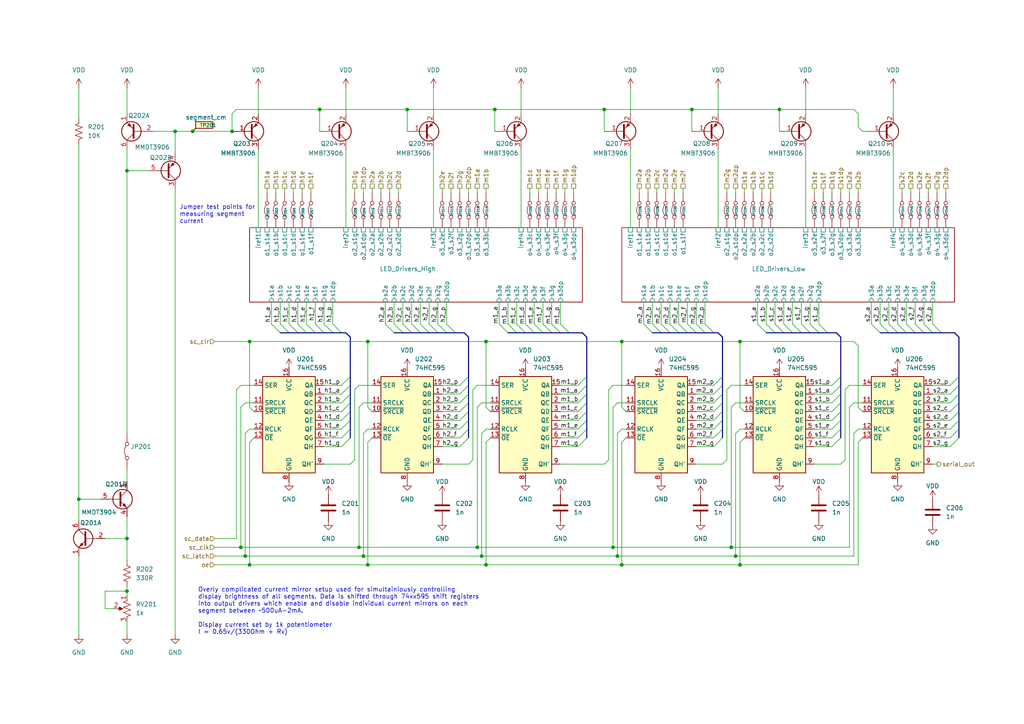
<source format=kicad_sch>
(kicad_sch (version 20231120) (generator "eeschema") (generator_version "8.0")
  (paper "A4")
  (title_block (title "Tiny Tapeout Digital Clock") (comment 1 "Author: Sam Ellicott"))
  (junction (at 71.12 161.29))
  (junction (at 69.85 158.75))
  (junction (at 72.39 163.83))
  (junction (at 50.8 38.1))
  (junction (at 175.26 31.75))
  (junction (at 179.07 161.29))
  (junction (at 67.31 38.1))
  (junction (at 92.71 31.75))
  (junction (at 36.83 49.53))
  (junction (at 139.7 161.29))
  (junction (at 105.41 161.29))
  (junction (at 213.36 161.29))
  (junction (at 214.63 99.06))
  (junction (at 212.09 158.75))
  (junction (at 140.97 99.06))
  (junction (at 214.63 163.83))
  (junction (at 72.39 99.06))
  (junction (at 118.11 31.75))
  (junction (at 138.43 158.75))
  (junction (at 36.83 171.45))
  (junction (at 55.88 38.1))
  (junction (at 106.68 99.06))
  (junction (at 226.06 31.75))
  (junction (at 177.8 158.75))
  (junction (at 104.14 158.75))
  (junction (at 143.51 31.75))
  (junction (at 22.86 144.78))
  (junction (at 140.97 163.83))
  (junction (at 36.83 156.21))
  (junction (at 106.68 163.83))
  (junction (at 180.34 163.83))
  (junction (at 200.66 31.75))
  (junction (at 180.34 99.06))
  (bus_entry (at 257.81 93.98) (size 2.54 2.54))
  (bus_entry (at 83.82 93.98) (size 2.54 2.54))
  (bus_entry (at 86.36 93.98) (size 2.54 2.54))
  (bus_entry (at 149.86 93.98) (size 2.54 2.54))
  (bus_entry (at 241.3 116.84) (size 2.54 -2.54))
  (bus_entry (at 204.47 93.98) (size 2.54 2.54))
  (bus_entry (at 167.64 129.54) (size 2.54 -2.54))
  (bus_entry (at 275.59 114.3) (size 2.54 -2.54))
  (bus_entry (at 219.71 93.98) (size 2.54 2.54))
  (bus_entry (at 127 93.98) (size 2.54 2.54))
  (bus_entry (at 207.01 114.3) (size 2.54 -2.54))
  (bus_entry (at 262.89 93.98) (size 2.54 2.54))
  (bus_entry (at 241.3 111.76) (size 2.54 -2.54))
  (bus_entry (at 207.01 124.46) (size 2.54 -2.54))
  (bus_entry (at 260.35 93.98) (size 2.54 2.54))
  (bus_entry (at 265.43 93.98) (size 2.54 2.54))
  (bus_entry (at 78.74 93.98) (size 2.54 2.54))
  (bus_entry (at 222.25 93.98) (size 2.54 2.54))
  (bus_entry (at 160.02 93.98) (size 2.54 2.54))
  (bus_entry (at 99.06 121.92) (size 2.54 -2.54))
  (bus_entry (at 275.59 124.46) (size 2.54 -2.54))
  (bus_entry (at 93.98 93.98) (size 2.54 2.54))
  (bus_entry (at 201.93 93.98) (size 2.54 2.54))
  (bus_entry (at 167.64 111.76) (size 2.54 -2.54))
  (bus_entry (at 167.64 121.92) (size 2.54 -2.54))
  (bus_entry (at 133.35 121.92) (size 2.54 -2.54))
  (bus_entry (at 275.59 119.38) (size 2.54 -2.54))
  (bus_entry (at 99.06 129.54) (size 2.54 -2.54))
  (bus_entry (at 99.06 127) (size 2.54 -2.54))
  (bus_entry (at 133.35 119.38) (size 2.54 -2.54))
  (bus_entry (at 114.3 93.98) (size 2.54 2.54))
  (bus_entry (at 241.3 127) (size 2.54 -2.54))
  (bus_entry (at 99.06 114.3) (size 2.54 -2.54))
  (bus_entry (at 207.01 119.38) (size 2.54 -2.54))
  (bus_entry (at 234.95 93.98) (size 2.54 2.54))
  (bus_entry (at 99.06 116.84) (size 2.54 -2.54))
  (bus_entry (at 91.44 93.98) (size 2.54 2.54))
  (bus_entry (at 275.59 127) (size 2.54 -2.54))
  (bus_entry (at 224.79 93.98) (size 2.54 2.54))
  (bus_entry (at 207.01 111.76) (size 2.54 -2.54))
  (bus_entry (at 275.59 129.54) (size 2.54 -2.54))
  (bus_entry (at 207.01 127) (size 2.54 -2.54))
  (bus_entry (at 111.76 93.98) (size 2.54 2.54))
  (bus_entry (at 147.32 93.98) (size 2.54 2.54))
  (bus_entry (at 252.73 93.98) (size 2.54 2.54))
  (bus_entry (at 96.52 93.98) (size 2.54 2.54))
  (bus_entry (at 241.3 119.38) (size 2.54 -2.54))
  (bus_entry (at 167.64 114.3) (size 2.54 -2.54))
  (bus_entry (at 241.3 124.46) (size 2.54 -2.54))
  (bus_entry (at 154.94 93.98) (size 2.54 2.54))
  (bus_entry (at 162.56 93.98) (size 2.54 2.54))
  (bus_entry (at 133.35 124.46) (size 2.54 -2.54))
  (bus_entry (at 267.97 93.98) (size 2.54 2.54))
  (bus_entry (at 194.31 93.98) (size 2.54 2.54))
  (bus_entry (at 275.59 116.84) (size 2.54 -2.54))
  (bus_entry (at 241.3 121.92) (size 2.54 -2.54))
  (bus_entry (at 119.38 93.98) (size 2.54 2.54))
  (bus_entry (at 227.33 93.98) (size 2.54 2.54))
  (bus_entry (at 88.9 93.98) (size 2.54 2.54))
  (bus_entry (at 270.51 93.98) (size 2.54 2.54))
  (bus_entry (at 144.78 93.98) (size 2.54 2.54))
  (bus_entry (at 275.59 121.92) (size 2.54 -2.54))
  (bus_entry (at 99.06 119.38) (size 2.54 -2.54))
  (bus_entry (at 157.48 93.98) (size 2.54 2.54))
  (bus_entry (at 124.46 93.98) (size 2.54 2.54))
  (bus_entry (at 99.06 124.46) (size 2.54 -2.54))
  (bus_entry (at 229.87 93.98) (size 2.54 2.54))
  (bus_entry (at 207.01 116.84) (size 2.54 -2.54))
  (bus_entry (at 167.64 116.84) (size 2.54 -2.54))
  (bus_entry (at 116.84 93.98) (size 2.54 2.54))
  (bus_entry (at 207.01 121.92) (size 2.54 -2.54))
  (bus_entry (at 199.39 93.98) (size 2.54 2.54))
  (bus_entry (at 207.01 129.54) (size 2.54 -2.54))
  (bus_entry (at 133.35 116.84) (size 2.54 -2.54))
  (bus_entry (at 196.85 93.98) (size 2.54 2.54))
  (bus_entry (at 133.35 114.3) (size 2.54 -2.54))
  (bus_entry (at 191.77 93.98) (size 2.54 2.54))
  (bus_entry (at 189.23 93.98) (size 2.54 2.54))
  (bus_entry (at 255.27 93.98) (size 2.54 2.54))
  (bus_entry (at 167.64 119.38) (size 2.54 -2.54))
  (bus_entry (at 121.92 93.98) (size 2.54 2.54))
  (bus_entry (at 167.64 124.46) (size 2.54 -2.54))
  (bus_entry (at 81.28 93.98) (size 2.54 2.54))
  (bus_entry (at 99.06 111.76) (size 2.54 -2.54))
  (bus_entry (at 152.4 93.98) (size 2.54 2.54))
  (bus_entry (at 241.3 129.54) (size 2.54 -2.54))
  (bus_entry (at 133.35 129.54) (size 2.54 -2.54))
  (bus_entry (at 129.54 93.98) (size 2.54 2.54))
  (bus_entry (at 232.41 93.98) (size 2.54 2.54))
  (bus_entry (at 241.3 114.3) (size 2.54 -2.54))
  (bus_entry (at 237.49 93.98) (size 2.54 2.54))
  (bus_entry (at 133.35 111.76) (size 2.54 -2.54))
  (bus_entry (at 275.59 111.76) (size 2.54 -2.54))
  (bus_entry (at 133.35 127) (size 2.54 -2.54))
  (bus_entry (at 167.64 127) (size 2.54 -2.54))
  (bus_entry (at 186.69 93.98) (size 2.54 2.54))
  (wire (pts (xy 180.34 128.27) (xy 181.61 127)))
  (bus (pts (xy 135.89 121.92) (xy 135.89 119.38)))
  (wire (pts (xy 36.83 180.34) (xy 36.83 184.15)))
  (wire (pts (xy 104.14 118.11) (xy 104.14 158.75)))
  (wire (pts (xy 180.34 99.06) (xy 180.34 118.11)))
  (bus (pts (xy 278.13 97.79) (xy 278.13 109.22)))
  (wire (pts (xy 214.63 124.46) (xy 215.9 124.46)))
  (wire (pts (xy 86.36 87.63) (xy 86.36 93.98)))
  (wire (pts (xy 105.41 161.29) (xy 139.7 161.29)))
  (bus (pts (xy 209.55 121.92) (xy 209.55 124.46)))
  (wire (pts (xy 201.93 127) (xy 207.01 127)))
  (wire (pts (xy 265.43 87.63) (xy 265.43 93.98)))
  (wire (pts (xy 195.58 54.61) (xy 195.58 55.88)))
  (bus (pts (xy 232.41 96.52) (xy 234.95 96.52)))
  (wire (pts (xy 270.51 124.46) (xy 275.59 124.46)))
  (bus (pts (xy 101.6 97.79) (xy 100.33 96.52)))
  (bus (pts (xy 265.43 96.52) (xy 267.97 96.52)))
  (wire (pts (xy 142.24 119.38) (xy 140.97 118.11)))
  (wire (pts (xy 62.23 156.21) (xy 68.58 156.21)))
  (bus (pts (xy 135.89 127) (xy 135.89 124.46)))
  (wire (pts (xy 128.27 121.92) (xy 133.35 121.92)))
  (wire (pts (xy 125.73 25.4) (xy 125.73 33.02)))
  (wire (pts (xy 181.61 116.84) (xy 179.07 116.84)))
  (wire (pts (xy 142.24 111.76) (xy 138.43 111.76)))
  (bus (pts (xy 267.97 96.52) (xy 270.51 96.52)))
  (wire (pts (xy 226.06 31.75) (xy 247.65 31.75)))
  (wire (pts (xy 36.83 49.53) (xy 36.83 125.73)))
  (wire (pts (xy 259.08 43.18) (xy 259.08 66.04)))
  (wire (pts (xy 68.58 31.75) (xy 67.31 33.02)))
  (bus (pts (xy 278.13 111.76) (xy 278.13 114.3)))
  (bus (pts (xy 227.33 96.52) (xy 229.87 96.52)))
  (wire (pts (xy 246.38 118.11) (xy 246.38 158.75)))
  (wire (pts (xy 140.97 54.61) (xy 140.97 55.88)))
  (wire (pts (xy 22.86 41.91) (xy 22.86 144.78)))
  (wire (pts (xy 128.27 114.3) (xy 133.35 114.3)))
  (wire (pts (xy 194.31 87.63) (xy 194.31 93.98)))
  (wire (pts (xy 213.36 54.61) (xy 213.36 55.88)))
  (bus (pts (xy 135.89 97.79) (xy 135.89 109.22)))
  (wire (pts (xy 250.19 38.1) (xy 248.92 36.83)))
  (wire (pts (xy 181.61 119.38) (xy 180.34 118.11)))
  (wire (pts (xy 233.68 25.4) (xy 233.68 33.02)))
  (wire (pts (xy 22.86 144.78) (xy 22.86 151.13)))
  (wire (pts (xy 246.38 54.61) (xy 246.38 55.88)))
  (wire (pts (xy 234.95 87.63) (xy 234.95 93.98)))
  (wire (pts (xy 248.92 128.27) (xy 250.19 127)))
  (wire (pts (xy 116.84 87.63) (xy 116.84 93.98)))
  (bus (pts (xy 83.82 96.52) (xy 86.36 96.52)))
  (wire (pts (xy 67.31 33.02) (xy 67.31 38.1)))
  (wire (pts (xy 200.66 31.75) (xy 200.66 38.1)))
  (bus (pts (xy 132.08 96.52) (xy 134.62 96.52)))
  (wire (pts (xy 62.23 99.06) (xy 72.39 99.06)))
  (wire (pts (xy 93.98 87.63) (xy 93.98 93.98)))
  (bus (pts (xy 207.01 96.52) (xy 208.28 96.52)))
  (wire (pts (xy 130.81 54.61) (xy 130.81 55.88)))
  (wire (pts (xy 236.22 116.84) (xy 241.3 116.84)))
  (wire (pts (xy 119.38 87.63) (xy 119.38 93.98)))
  (wire (pts (xy 128.27 134.62) (xy 135.89 134.62)))
  (wire (pts (xy 236.22 119.38) (xy 241.3 119.38)))
  (bus (pts (xy 243.84 97.79) (xy 243.84 109.22)))
  (wire (pts (xy 71.12 161.29) (xy 105.41 161.29)))
  (wire (pts (xy 237.49 87.63) (xy 237.49 93.98)))
  (wire (pts (xy 78.74 87.63) (xy 78.74 93.98)))
  (wire (pts (xy 153.67 54.61) (xy 153.67 55.88)))
  (wire (pts (xy 113.03 54.61) (xy 113.03 55.88)))
  (wire (pts (xy 236.22 121.92) (xy 241.3 121.92)))
  (wire (pts (xy 69.85 118.11) (xy 69.85 158.75)))
  (wire (pts (xy 140.97 99.06) (xy 180.34 99.06)))
  (wire (pts (xy 193.04 54.61) (xy 193.04 55.88)))
  (wire (pts (xy 179.07 125.73) (xy 179.07 161.29)))
  (wire (pts (xy 274.32 54.61) (xy 274.32 55.88)))
  (wire (pts (xy 105.41 116.84) (xy 104.14 118.11)))
  (wire (pts (xy 105.41 125.73) (xy 106.68 124.46)))
  (bus (pts (xy 237.49 96.52) (xy 240.03 96.52)))
  (wire (pts (xy 250.19 116.84) (xy 247.65 116.84)))
  (wire (pts (xy 36.83 156.21) (xy 30.48 156.21)))
  (bus (pts (xy 121.92 96.52) (xy 124.46 96.52)))
  (wire (pts (xy 247.65 31.75) (xy 248.92 33.02)))
  (wire (pts (xy 248.92 33.02) (xy 248.92 36.83)))
  (bus (pts (xy 170.18 109.22) (xy 170.18 111.76)))
  (wire (pts (xy 68.58 113.03) (xy 69.85 111.76)))
  (wire (pts (xy 250.19 38.1) (xy 251.46 38.1)))
  (wire (pts (xy 247.65 116.84) (xy 246.38 118.11)))
  (wire (pts (xy 127 87.63) (xy 127 93.98)))
  (bus (pts (xy 224.79 96.52) (xy 227.33 96.52)))
  (bus (pts (xy 278.13 124.46) (xy 278.13 127)))
  (bus (pts (xy 149.86 96.52) (xy 152.4 96.52)))
  (wire (pts (xy 233.68 43.18) (xy 233.68 66.04)))
  (bus (pts (xy 135.89 111.76) (xy 135.89 109.22)))
  (wire (pts (xy 201.93 121.92) (xy 207.01 121.92)))
  (bus (pts (xy 194.31 96.52) (xy 196.85 96.52)))
  (wire (pts (xy 100.33 25.4) (xy 100.33 33.02)))
  (wire (pts (xy 179.07 116.84) (xy 177.8 118.11)))
  (bus (pts (xy 127 96.52) (xy 129.54 96.52)))
  (bus (pts (xy 129.54 96.52) (xy 132.08 96.52)))
  (bus (pts (xy 243.84 119.38) (xy 243.84 121.92)))
  (wire (pts (xy 162.56 121.92) (xy 167.64 121.92)))
  (bus (pts (xy 160.02 96.52) (xy 162.56 96.52)))
  (wire (pts (xy 246.38 111.76) (xy 245.11 113.03)))
  (wire (pts (xy 191.77 87.63) (xy 191.77 93.98)))
  (wire (pts (xy 50.8 38.1) (xy 55.88 38.1)))
  (wire (pts (xy 270.51 87.63) (xy 270.51 93.98)))
  (wire (pts (xy 180.34 124.46) (xy 179.07 125.73)))
  (bus (pts (xy 278.13 114.3) (xy 278.13 116.84)))
  (wire (pts (xy 270.51 127) (xy 275.59 127)))
  (wire (pts (xy 182.88 43.18) (xy 182.88 66.04)))
  (wire (pts (xy 214.63 128.27) (xy 215.9 127)))
  (bus (pts (xy 101.6 124.46) (xy 101.6 121.92)))
  (wire (pts (xy 107.95 116.84) (xy 105.41 116.84)))
  (wire (pts (xy 36.83 135.89) (xy 36.83 139.7)))
  (wire (pts (xy 187.96 54.61) (xy 187.96 55.88)))
  (bus (pts (xy 101.6 121.92) (xy 101.6 119.38)))
  (bus (pts (xy 81.28 96.52) (xy 83.82 96.52)))
  (wire (pts (xy 106.68 124.46) (xy 107.95 124.46)))
  (wire (pts (xy 93.98 111.76) (xy 99.06 111.76)))
  (wire (pts (xy 83.82 87.63) (xy 83.82 93.98)))
  (wire (pts (xy 140.97 99.06) (xy 140.97 118.11)))
  (wire (pts (xy 102.87 54.61) (xy 102.87 55.88)))
  (wire (pts (xy 156.21 54.61) (xy 156.21 55.88)))
  (wire (pts (xy 247.65 125.73) (xy 248.92 124.46)))
  (wire (pts (xy 162.56 134.62) (xy 175.26 134.62)))
  (wire (pts (xy 162.56 87.63) (xy 162.56 93.98)))
  (wire (pts (xy 255.27 87.63) (xy 255.27 93.98)))
  (wire (pts (xy 212.09 118.11) (xy 212.09 158.75)))
  (wire (pts (xy 180.34 163.83) (xy 214.63 163.83)))
  (wire (pts (xy 102.87 113.03) (xy 102.87 133.35)))
  (wire (pts (xy 236.22 129.54) (xy 241.3 129.54)))
  (wire (pts (xy 180.34 128.27) (xy 180.34 163.83)))
  (wire (pts (xy 93.98 124.46) (xy 99.06 124.46)))
  (wire (pts (xy 114.3 87.63) (xy 114.3 93.98)))
  (wire (pts (xy 270.51 134.62) (xy 271.78 134.62)))
  (wire (pts (xy 227.33 87.63) (xy 227.33 93.98)))
  (wire (pts (xy 149.86 87.63) (xy 149.86 93.98)))
  (wire (pts (xy 106.68 99.06) (xy 140.97 99.06)))
  (bus (pts (xy 170.18 97.79) (xy 170.18 109.22)))
  (wire (pts (xy 138.43 118.11) (xy 138.43 158.75)))
  (bus (pts (xy 257.81 96.52) (xy 260.35 96.52)))
  (wire (pts (xy 71.12 116.84) (xy 69.85 118.11)))
  (wire (pts (xy 247.65 161.29) (xy 247.65 125.73)))
  (bus (pts (xy 240.03 96.52) (xy 242.57 96.52)))
  (wire (pts (xy 201.93 111.76) (xy 207.01 111.76)))
  (wire (pts (xy 250.19 119.38) (xy 248.92 118.11)))
  (wire (pts (xy 229.87 87.63) (xy 229.87 93.98)))
  (wire (pts (xy 220.98 54.61) (xy 220.98 55.88)))
  (wire (pts (xy 208.28 43.18) (xy 208.28 66.04)))
  (wire (pts (xy 214.63 163.83) (xy 248.92 163.83)))
  (wire (pts (xy 266.7 54.61) (xy 266.7 55.88)))
  (wire (pts (xy 129.54 87.63) (xy 129.54 93.98)))
  (wire (pts (xy 144.78 87.63) (xy 144.78 93.98)))
  (wire (pts (xy 72.39 163.83) (xy 106.68 163.83)))
  (bus (pts (xy 170.18 121.92) (xy 170.18 124.46)))
  (wire (pts (xy 215.9 54.61) (xy 215.9 55.88)))
  (wire (pts (xy 106.68 128.27) (xy 106.68 163.83)))
  (wire (pts (xy 210.82 113.03) (xy 212.09 111.76)))
  (wire (pts (xy 238.76 54.61) (xy 238.76 55.88)))
  (bus (pts (xy 101.6 116.84) (xy 101.6 114.3)))
  (wire (pts (xy 162.56 114.3) (xy 167.64 114.3)))
  (wire (pts (xy 140.97 128.27) (xy 142.24 127)))
  (wire (pts (xy 236.22 124.46) (xy 241.3 124.46)))
  (bus (pts (xy 243.84 109.22) (xy 243.84 111.76)))
  (bus (pts (xy 170.18 119.38) (xy 170.18 121.92)))
  (wire (pts (xy 270.51 119.38) (xy 275.59 119.38)))
  (wire (pts (xy 200.66 31.75) (xy 226.06 31.75)))
  (wire (pts (xy 177.8 118.11) (xy 177.8 158.75)))
  (wire (pts (xy 93.98 127) (xy 99.06 127)))
  (wire (pts (xy 212.09 111.76) (xy 215.9 111.76)))
  (wire (pts (xy 72.39 124.46) (xy 73.66 124.46)))
  (bus (pts (xy 101.6 127) (xy 101.6 124.46)))
  (bus (pts (xy 99.06 96.52) (xy 100.33 96.52)))
  (bus (pts (xy 243.84 124.46) (xy 243.84 127)))
  (bus (pts (xy 152.4 96.52) (xy 154.94 96.52)))
  (wire (pts (xy 252.73 87.63) (xy 252.73 93.98)))
  (wire (pts (xy 201.93 119.38) (xy 207.01 119.38)))
  (wire (pts (xy 213.36 161.29) (xy 247.65 161.29)))
  (bus (pts (xy 209.55 111.76) (xy 209.55 114.3)))
  (wire (pts (xy 62.23 161.29) (xy 71.12 161.29)))
  (bus (pts (xy 101.6 114.3) (xy 101.6 111.76)))
  (bus (pts (xy 170.18 97.79) (xy 168.91 96.52)))
  (wire (pts (xy 259.08 25.4) (xy 259.08 33.02)))
  (wire (pts (xy 208.28 25.4) (xy 208.28 33.02)))
  (wire (pts (xy 30.48 171.45) (xy 30.48 176.53)))
  (wire (pts (xy 36.83 170.18) (xy 36.83 171.45)))
  (wire (pts (xy 50.8 54.61) (xy 50.8 184.15)))
  (wire (pts (xy 72.39 128.27) (xy 73.66 127)))
  (wire (pts (xy 248.92 124.46) (xy 250.19 124.46)))
  (wire (pts (xy 175.26 31.75) (xy 175.26 38.1)))
  (wire (pts (xy 107.95 111.76) (xy 104.14 111.76)))
  (wire (pts (xy 102.87 133.35) (xy 101.6 134.62)))
  (wire (pts (xy 92.71 31.75) (xy 118.11 31.75)))
  (wire (pts (xy 138.43 54.61) (xy 138.43 55.88)))
  (wire (pts (xy 189.23 87.63) (xy 189.23 93.98)))
  (wire (pts (xy 210.82 133.35) (xy 210.82 113.03)))
  (bus (pts (xy 243.84 116.84) (xy 243.84 119.38)))
  (bus (pts (xy 278.13 109.22) (xy 278.13 111.76)))
  (wire (pts (xy 201.93 114.3) (xy 207.01 114.3)))
  (bus (pts (xy 243.84 114.3) (xy 243.84 116.84)))
  (wire (pts (xy 152.4 87.63) (xy 152.4 93.98)))
  (wire (pts (xy 158.75 54.61) (xy 158.75 55.88)))
  (wire (pts (xy 36.83 43.18) (xy 36.83 49.53)))
  (wire (pts (xy 138.43 158.75) (xy 177.8 158.75)))
  (wire (pts (xy 162.56 111.76) (xy 167.64 111.76)))
  (wire (pts (xy 140.97 163.83) (xy 180.34 163.83)))
  (wire (pts (xy 224.79 87.63) (xy 224.79 93.98)))
  (wire (pts (xy 72.39 99.06) (xy 72.39 118.11)))
  (wire (pts (xy 248.92 128.27) (xy 248.92 163.83)))
  (wire (pts (xy 175.26 31.75) (xy 200.66 31.75)))
  (wire (pts (xy 128.27 129.54) (xy 133.35 129.54)))
  (wire (pts (xy 124.46 87.63) (xy 124.46 93.98)))
  (bus (pts (xy 209.55 114.3) (xy 209.55 116.84)))
  (bus (pts (xy 262.89 96.52) (xy 265.43 96.52)))
  (wire (pts (xy 140.97 128.27) (xy 140.97 163.83)))
  (wire (pts (xy 44.45 38.1) (xy 50.8 38.1)))
  (bus (pts (xy 124.46 96.52) (xy 127 96.52)))
  (wire (pts (xy 128.27 54.61) (xy 128.27 55.88)))
  (wire (pts (xy 140.97 124.46) (xy 142.24 124.46)))
  (bus (pts (xy 209.55 109.22) (xy 209.55 111.76)))
  (wire (pts (xy 115.57 54.61) (xy 115.57 55.88)))
  (wire (pts (xy 29.21 144.78) (xy 22.86 144.78)))
  (bus (pts (xy 135.89 119.38) (xy 135.89 116.84)))
  (wire (pts (xy 139.7 116.84) (xy 138.43 118.11)))
  (wire (pts (xy 218.44 54.61) (xy 218.44 55.88)))
  (wire (pts (xy 87.63 54.61) (xy 87.63 55.88)))
  (wire (pts (xy 257.81 87.63) (xy 257.81 93.98)))
  (wire (pts (xy 215.9 119.38) (xy 214.63 118.11)))
  (wire (pts (xy 250.19 111.76) (xy 246.38 111.76)))
  (wire (pts (xy 182.88 25.4) (xy 182.88 33.02)))
  (bus (pts (xy 243.84 111.76) (xy 243.84 114.3)))
  (wire (pts (xy 22.86 161.29) (xy 22.86 184.15)))
  (wire (pts (xy 93.98 129.54) (xy 99.06 129.54)))
  (wire (pts (xy 105.41 54.61) (xy 105.41 55.88)))
  (bus (pts (xy 147.32 96.52) (xy 149.86 96.52)))
  (wire (pts (xy 139.7 125.73) (xy 140.97 124.46)))
  (wire (pts (xy 110.49 54.61) (xy 110.49 55.88)))
  (wire (pts (xy 162.56 116.84) (xy 167.64 116.84)))
  (wire (pts (xy 157.48 87.63) (xy 157.48 93.98)))
  (bus (pts (xy 116.84 96.52) (xy 119.38 96.52)))
  (bus (pts (xy 91.44 96.52) (xy 93.98 96.52)))
  (wire (pts (xy 68.58 113.03) (xy 68.58 156.21)))
  (wire (pts (xy 72.39 99.06) (xy 106.68 99.06)))
  (wire (pts (xy 162.56 119.38) (xy 167.64 119.38)))
  (bus (pts (xy 101.6 119.38) (xy 101.6 116.84)))
  (bus (pts (xy 157.48 96.52) (xy 160.02 96.52)))
  (bus (pts (xy 270.51 96.52) (xy 273.05 96.52)))
  (bus (pts (xy 234.95 96.52) (xy 237.49 96.52)))
  (wire (pts (xy 163.83 54.61) (xy 163.83 55.88)))
  (wire (pts (xy 36.83 49.53) (xy 43.18 49.53)))
  (bus (pts (xy 260.35 96.52) (xy 262.89 96.52)))
  (wire (pts (xy 177.8 111.76) (xy 181.61 111.76)))
  (wire (pts (xy 36.83 149.86) (xy 36.83 156.21)))
  (bus (pts (xy 86.36 96.52) (xy 88.9 96.52)))
  (wire (pts (xy 236.22 111.76) (xy 241.3 111.76)))
  (bus (pts (xy 255.27 96.52) (xy 257.81 96.52)))
  (wire (pts (xy 223.52 54.61) (xy 223.52 55.88)))
  (bus (pts (xy 170.18 114.3) (xy 170.18 116.84)))
  (wire (pts (xy 68.58 31.75) (xy 92.71 31.75)))
  (bus (pts (xy 101.6 97.79) (xy 101.6 109.22)))
  (wire (pts (xy 161.29 54.61) (xy 161.29 55.88)))
  (wire (pts (xy 236.22 134.62) (xy 243.84 134.62)))
  (wire (pts (xy 264.16 54.61) (xy 264.16 55.88)))
  (wire (pts (xy 162.56 127) (xy 167.64 127)))
  (wire (pts (xy 154.94 87.63) (xy 154.94 93.98)))
  (wire (pts (xy 69.85 158.75) (xy 104.14 158.75)))
  (wire (pts (xy 135.89 54.61) (xy 135.89 55.88)))
  (wire (pts (xy 151.13 25.4) (xy 151.13 33.02)))
  (wire (pts (xy 106.68 99.06) (xy 106.68 118.11)))
  (bus (pts (xy 196.85 96.52) (xy 199.39 96.52)))
  (bus (pts (xy 243.84 121.92) (xy 243.84 124.46)))
  (wire (pts (xy 166.37 54.61) (xy 166.37 55.88)))
  (wire (pts (xy 176.53 113.03) (xy 177.8 111.76)))
  (wire (pts (xy 176.53 133.35) (xy 176.53 113.03)))
  (wire (pts (xy 241.3 54.61) (xy 241.3 55.88)))
  (bus (pts (xy 93.98 96.52) (xy 96.52 96.52)))
  (wire (pts (xy 88.9 87.63) (xy 88.9 93.98)))
  (wire (pts (xy 199.39 87.63) (xy 199.39 93.98)))
  (wire (pts (xy 107.95 54.61) (xy 107.95 55.88)))
  (wire (pts (xy 201.93 129.54) (xy 207.01 129.54)))
  (wire (pts (xy 260.35 87.63) (xy 260.35 93.98)))
  (wire (pts (xy 236.22 54.61) (xy 236.22 55.88)))
  (bus (pts (xy 222.25 96.52) (xy 224.79 96.52)))
  (wire (pts (xy 248.92 100.33) (xy 248.92 118.11)))
  (wire (pts (xy 50.8 38.1) (xy 50.8 44.45)))
  (wire (pts (xy 201.93 124.46) (xy 207.01 124.46)))
  (wire (pts (xy 106.68 128.27) (xy 107.95 127)))
  (wire (pts (xy 69.85 111.76) (xy 73.66 111.76)))
  (wire (pts (xy 128.27 119.38) (xy 133.35 119.38)))
  (wire (pts (xy 198.12 54.61) (xy 198.12 55.88)))
  (wire (pts (xy 262.89 87.63) (xy 262.89 93.98)))
  (bus (pts (xy 278.13 121.92) (xy 278.13 124.46)))
  (wire (pts (xy 71.12 125.73) (xy 72.39 124.46)))
  (wire (pts (xy 91.44 87.63) (xy 91.44 93.98)))
  (wire (pts (xy 71.12 125.73) (xy 71.12 161.29)))
  (wire (pts (xy 179.07 161.29) (xy 213.36 161.29)))
  (wire (pts (xy 248.92 100.33) (xy 247.65 99.06)))
  (wire (pts (xy 36.83 25.4) (xy 36.83 33.02)))
  (wire (pts (xy 143.51 31.75) (xy 175.26 31.75)))
  (wire (pts (xy 80.01 54.61) (xy 80.01 55.88)))
  (wire (pts (xy 22.86 25.4) (xy 22.86 34.29)))
  (wire (pts (xy 209.55 134.62) (xy 210.82 133.35)))
  (wire (pts (xy 90.17 54.61) (xy 90.17 55.88)))
  (wire (pts (xy 212.09 158.75) (xy 246.38 158.75)))
  (wire (pts (xy 93.98 116.84) (xy 99.06 116.84)))
  (wire (pts (xy 160.02 87.63) (xy 160.02 93.98)))
  (wire (pts (xy 73.66 119.38) (xy 72.39 118.11)))
  (bus (pts (xy 135.89 116.84) (xy 135.89 114.3)))
  (bus (pts (xy 276.86 96.52) (xy 278.13 97.79)))
  (bus (pts (xy 191.77 96.52) (xy 194.31 96.52)))
  (wire (pts (xy 214.63 128.27) (xy 214.63 163.83)))
  (bus (pts (xy 114.3 96.52) (xy 116.84 96.52)))
  (bus (pts (xy 135.89 124.46) (xy 135.89 121.92)))
  (wire (pts (xy 270.51 114.3) (xy 275.59 114.3)))
  (bus (pts (xy 199.39 96.52) (xy 201.93 96.52)))
  (wire (pts (xy 93.98 114.3) (xy 99.06 114.3)))
  (wire (pts (xy 104.14 158.75) (xy 138.43 158.75)))
  (wire (pts (xy 72.39 128.27) (xy 72.39 163.83)))
  (wire (pts (xy 106.68 163.83) (xy 140.97 163.83)))
  (wire (pts (xy 269.24 54.61) (xy 269.24 55.88)))
  (bus (pts (xy 101.6 111.76) (xy 101.6 109.22)))
  (wire (pts (xy 139.7 125.73) (xy 139.7 161.29)))
  (bus (pts (xy 96.52 96.52) (xy 99.06 96.52)))
  (wire (pts (xy 139.7 161.29) (xy 179.07 161.29)))
  (wire (pts (xy 92.71 31.75) (xy 92.71 38.1)))
  (bus (pts (xy 165.1 96.52) (xy 168.91 96.52)))
  (bus (pts (xy 170.18 116.84) (xy 170.18 119.38)))
  (wire (pts (xy 236.22 127) (xy 241.3 127)))
  (wire (pts (xy 222.25 87.63) (xy 222.25 93.98)))
  (wire (pts (xy 186.69 87.63) (xy 186.69 93.98)))
  (wire (pts (xy 180.34 124.46) (xy 181.61 124.46)))
  (wire (pts (xy 270.51 111.76) (xy 275.59 111.76)))
  (wire (pts (xy 77.47 54.61) (xy 77.47 55.88)))
  (wire (pts (xy 214.63 124.46) (xy 213.36 125.73)))
  (wire (pts (xy 210.82 54.61) (xy 210.82 55.88)))
  (wire (pts (xy 177.8 158.75) (xy 212.09 158.75)))
  (wire (pts (xy 270.51 121.92) (xy 275.59 121.92)))
  (bus (pts (xy 209.55 97.79) (xy 208.28 96.52)))
  (bus (pts (xy 278.13 119.38) (xy 278.13 121.92)))
  (wire (pts (xy 226.06 31.75) (xy 226.06 38.1)))
  (wire (pts (xy 147.32 87.63) (xy 147.32 93.98)))
  (wire (pts (xy 267.97 87.63) (xy 267.97 93.98)))
  (bus (pts (xy 189.23 96.52) (xy 191.77 96.52)))
  (bus (pts (xy 209.55 116.84) (xy 209.55 119.38)))
  (wire (pts (xy 143.51 31.75) (xy 143.51 38.1)))
  (bus (pts (xy 162.56 96.52) (xy 165.1 96.52)))
  (bus (pts (xy 209.55 124.46) (xy 209.55 127)))
  (wire (pts (xy 162.56 124.46) (xy 167.64 124.46)))
  (bus (pts (xy 119.38 96.52) (xy 121.92 96.52)))
  (bus (pts (xy 229.87 96.52) (xy 232.41 96.52)))
  (wire (pts (xy 201.93 134.62) (xy 209.55 134.62)))
  (bus (pts (xy 273.05 96.52) (xy 276.86 96.52)))
  (wire (pts (xy 180.34 99.06) (xy 214.63 99.06)))
  (bus (pts (xy 135.89 114.3) (xy 135.89 111.76)))
  (wire (pts (xy 36.83 156.21) (xy 36.83 162.56)))
  (wire (pts (xy 104.14 111.76) (xy 102.87 113.03)))
  (wire (pts (xy 36.83 171.45) (xy 36.83 172.72)))
  (wire (pts (xy 185.42 54.61) (xy 185.42 55.88)))
  (bus (pts (xy 278.13 116.84) (xy 278.13 119.38)))
  (bus (pts (xy 135.89 97.79) (xy 134.62 96.52)))
  (bus (pts (xy 154.94 96.52) (xy 157.48 96.52)))
  (wire (pts (xy 93.98 119.38) (xy 99.06 119.38)))
  (wire (pts (xy 128.27 111.76) (xy 133.35 111.76)))
  (wire (pts (xy 62.23 163.83) (xy 72.39 163.83)))
  (wire (pts (xy 243.84 54.61) (xy 243.84 55.88)))
  (wire (pts (xy 100.33 43.18) (xy 100.33 66.04)))
  (bus (pts (xy 209.55 97.79) (xy 209.55 109.22)))
  (wire (pts (xy 137.16 113.03) (xy 137.16 133.35)))
  (bus (pts (xy 209.55 119.38) (xy 209.55 121.92)))
  (wire (pts (xy 196.85 87.63) (xy 196.85 93.98)))
  (bus (pts (xy 88.9 96.52) (xy 91.44 96.52)))
  (wire (pts (xy 270.51 129.54) (xy 275.59 129.54)))
  (wire (pts (xy 261.62 54.61) (xy 261.62 55.88)))
  (wire (pts (xy 30.48 176.53) (xy 33.02 176.53)))
  (wire (pts (xy 248.92 54.61) (xy 248.92 55.88)))
  (wire (pts (xy 74.93 25.4) (xy 74.93 33.02)))
  (wire (pts (xy 137.16 133.35) (xy 135.89 134.62)))
  (wire (pts (xy 162.56 129.54) (xy 167.64 129.54)))
  (wire (pts (xy 151.13 43.18) (xy 151.13 66.04)))
  (wire (pts (xy 111.76 87.63) (xy 111.76 93.98)))
  (wire (pts (xy 245.11 113.03) (xy 245.11 133.35)))
  (wire (pts (xy 93.98 134.62) (xy 101.6 134.62)))
  (wire (pts (xy 30.48 171.45) (xy 36.83 171.45)))
  (bus (pts (xy 170.18 111.76) (xy 170.18 114.3)))
  (wire (pts (xy 175.26 134.62) (xy 176.53 133.35)))
  (wire (pts (xy 105.41 125.73) (xy 105.41 161.29)))
  (wire (pts (xy 213.36 125.73) (xy 213.36 161.29)))
  (wire (pts (xy 121.92 87.63) (xy 121.92 93.98)))
  (wire (pts (xy 93.98 121.92) (xy 99.06 121.92)))
  (wire (pts (xy 245.11 133.35) (xy 243.84 134.62)))
  (wire (pts (xy 138.43 111.76) (xy 137.16 113.03)))
  (wire (pts (xy 201.93 116.84) (xy 207.01 116.84)))
  (wire (pts (xy 118.11 31.75) (xy 143.51 31.75)))
  (wire (pts (xy 271.78 54.61) (xy 271.78 55.88)))
  (wire (pts (xy 107.95 119.38) (xy 106.68 118.11)))
  (wire (pts (xy 201.93 87.63) (xy 201.93 93.98)))
  (wire (pts (xy 96.52 87.63) (xy 96.52 93.98)))
  (wire (pts (xy 133.35 54.61) (xy 133.35 55.88)))
  (wire (pts (xy 118.11 31.75) (xy 118.11 38.1)))
  (wire (pts (xy 128.27 124.46) (xy 133.35 124.46)))
  (wire (pts (xy 190.5 54.61) (xy 190.5 55.88)))
  (wire (pts (xy 128.27 116.84) (xy 133.35 116.84)))
  (wire (pts (xy 215.9 116.84) (xy 213.36 116.84)))
  (wire (pts (xy 204.47 87.63) (xy 204.47 93.98)))
  (wire (pts (xy 232.41 87.63) (xy 232.41 93.98)))
  (wire (pts (xy 236.22 114.3) (xy 241.3 114.3)))
  (wire (pts (xy 125.73 43.18) (xy 125.73 66.04)))
  (wire (pts (xy 73.66 116.84) (xy 71.12 116.84)))
  (wire (pts (xy 128.27 127) (xy 133.35 127)))
  (bus (pts (xy 170.18 124.46) (xy 170.18 127)))
  (wire (pts (xy 270.51 116.84) (xy 275.59 116.84)))
  (wire (pts (xy 213.36 116.84) (xy 212.09 118.11)))
  (wire (pts (xy 82.55 54.61) (xy 82.55 55.88)))
  (wire (pts (xy 81.28 87.63) (xy 81.28 93.98)))
  (wire (pts (xy 55.88 38.1) (xy 67.31 38.1)))
  (bus (pts (xy 201.93 96.52) (xy 204.47 96.52)))
  (wire (pts (xy 214.63 99.06) (xy 247.65 99.06)))
  (wire (pts (xy 142.24 116.84) (xy 139.7 116.84)))
  (bus (pts (xy 204.47 96.52) (xy 207.01 96.52)))
  (wire (pts (xy 219.71 87.63) (xy 219.71 93.98)))
  (wire (pts (xy 62.23 158.75) (xy 69.85 158.75)))
  (wire (pts (xy 214.63 99.06) (xy 214.63 118.11)))
  (wire (pts (xy 74.93 43.18) (xy 74.93 66.04)))
  (bus (pts (xy 242.57 96.52) (xy 243.84 97.79)))
  (wire (pts (xy 85.09 54.61) (xy 85.09 55.88)))
  (text "Jumper test points for\nmeasuring segment\ncurrent" (at 52.07 62.23 0) (effects (font (size 1.27 1.27)) (justify left)))
  (text "Overly complicated current mirror setup used for simultainiously controlling\ndisplay brightness of all segments. Data is shifted through 74xx595 shift registers\ninto output drivers which enable and disable individual current mirrors on each\nsegment between ~500uA-2mA.\n\nDisplay current set by 1k potentiometer\nI = 0.65v/(330Ohm + Rv)" (at 57.404 177.292 0) (effects (font (size 1.27 1.27)) (justify left)))
  (label "s1_f" (at 236.22 127 0))
  (label "m1_g" (at 160.02 88.9 270))
  (label "m1_c" (at 149.86 88.9 270))
  (label "s1_f" (at 232.41 88.9 270))
  (label "s1_d" (at 236.22 121.92 0))
  (label "h1_d" (at 86.36 88.9 270))
  (label "h2_e" (at 121.92 88.9 270))
  (label "s2_p" (at 270.51 88.9 270))
  (label "h1_p" (at 96.52 88.9 270))
  (label "s1_p" (at 237.49 88.9 270))
  (label "h2_d" (at 119.38 88.9 270))
  (label "h2_c" (at 128.27 119.38 0))
  (label "m1_b" (at 162.56 116.84 0))
  (label "m1_e" (at 154.94 88.9 270))
  (label "m2_b" (at 201.93 116.84 0))
  (label "m2_a" (at 207.01 114.3 180))
  (label "h1_f" (at 91.44 88.9 270))
  (label "h1_b" (at 93.98 116.84 0))
  (label "s2_e" (at 270.51 124.46 0))
  (label "h2_c" (at 116.84 88.9 270))
  (label "s1_g" (at 234.95 88.9 270))
  (label "m1_a" (at 144.78 93.98 90))
  (label "m1_f" (at 157.48 88.9 270))
  (label "h1_c" (at 83.82 88.9 270))
  (label "s1_b" (at 236.22 116.84 0))
  (label "h2_p" (at 128.27 111.76 0))
  (label "h1_f" (at 93.98 127 0))
  (label "m1_g" (at 162.56 129.54 0))
  (label "h1_e" (at 93.98 124.46 0))
  (label "s2_g" (at 267.97 88.9 270))
  (label "s2_a" (at 252.73 88.9 270))
  (label "s2_b" (at 255.27 88.9 270))
  (label "h2_e" (at 128.27 124.46 0))
  (label "s2_f" (at 265.43 88.9 270))
  (label "m2_c" (at 201.93 119.38 0))
  (label "s1_b" (at 222.25 88.9 270))
  (label "s2_d" (at 260.35 88.9 270))
  (label "h2_f" (at 124.46 88.9 270))
  (label "h2_d" (at 128.27 121.92 0))
  (label "h1_a" (at 93.98 114.3 0))
  (label "h1_g" (at 93.98 129.54 0))
  (label "m2_c" (at 191.77 88.9 270))
  (label "m1_a" (at 167.64 114.3 180))
  (label "m2_f" (at 201.93 127 0))
  (label "m2_g" (at 201.93 88.9 270))
  (label "s1_c" (at 236.22 119.38 0))
  (label "h2_g" (at 127 88.9 270))
  (label "s1_e" (at 229.87 88.9 270))
  (label "h1_c" (at 93.98 119.38 0))
  (label "m2_e" (at 201.93 124.46 0))
  (label "m1_d" (at 162.56 121.92 0))
  (label "m1_e" (at 162.56 124.46 0))
  (label "s2_a" (at 270.51 114.3 0))
  (label "m2_g" (at 201.93 129.54 0))
  (label "m1_f" (at 162.56 127 0))
  (label "s1_g" (at 236.22 129.54 0))
  (label "h2_a" (at 111.76 88.9 270))
  (label "h2_b" (at 128.27 116.84 0))
  (label "m2_b" (at 189.23 88.9 270))
  (label "m2_f" (at 199.39 88.9 270))
  (label "m2_a" (at 186.69 93.98 90))
  (label "m1_p" (at 162.56 111.76 0))
  (label "s2_f" (at 270.51 127 0))
  (label "s1_e" (at 236.22 124.46 0))
  (label "s1_a" (at 236.22 114.3 0))
  (label "s1_c" (at 224.79 88.9 270))
  (label "s2_e" (at 262.89 88.9 270))
  (label "m1_b" (at 147.32 88.9 270))
  (label "s2_c" (at 257.81 88.9 270))
  (label "h2_p" (at 129.54 88.9 270))
  (label "h1_g" (at 93.98 88.9 270))
  (label "h2_a" (at 128.27 114.3 0))
  (label "s2_g" (at 270.51 129.54 0))
  (label "m2_p" (at 201.93 111.76 0))
  (label "s1_d" (at 227.33 88.9 270))
  (label "h2_b" (at 114.3 88.9 270))
  (label "m2_d" (at 201.93 121.92 0))
  (label "h1_b" (at 81.28 88.9 270))
  (label "s1_p" (at 236.22 111.76 0))
  (label "s1_a" (at 219.71 88.9 270))
  (label "s2_b" (at 270.51 116.84 0))
  (label "h1_p" (at 93.98 111.76 0))
  (label "m2_e" (at 196.85 88.9 270))
  (label "h2_g" (at 128.27 129.54 0))
  (label "s2_p" (at 270.51 111.76 0))
  (label "m1_p" (at 162.56 88.9 270))
  (label "h1_a" (at 78.74 88.9 270))
  (label "h1_d" (at 93.98 121.92 0))
  (label "m1_d" (at 152.4 88.9 270))
  (label "h1_e" (at 88.9 88.9 270))
  (label "s2_c" (at 270.51 119.38 0))
  (label "m2_d" (at 194.31 88.9 270))
  (label "h2_f" (at 128.27 127 0))
  (label "s2_d" (at 270.51 121.92 0))
  (label "m2_p" (at 204.47 88.9 270))
  (label "m1_c" (at 162.56 119.38 0))
  (hierarchical_label "sc_latch" (shape input) (at 62.23 161.29 180))
  (hierarchical_label "sc_clk" (shape input) (at 62.23 158.75 180))
  (hierarchical_label "sc_clr" (shape input) (at 62.23 99.06 180))
  (hierarchical_label "h2e" (shape passive) (at 128.27 54.61 90))
  (hierarchical_label "h1b" (shape passive) (at 80.01 54.61 90))
  (hierarchical_label "m2g" (shape passive) (at 210.82 54.61 90))
  (hierarchical_label "h1f" (shape passive) (at 90.17 54.61 90))
  (hierarchical_label "m2b" (shape passive) (at 187.96 54.61 90))
  (hierarchical_label "s2d" (shape passive) (at 264.16 54.61 90))
  (hierarchical_label "sc_data" (shape input) (at 62.23 156.21 180))
  (hierarchical_label "h2f" (shape passive) (at 130.81 54.61 90))
  (hierarchical_label "m2d" (shape passive) (at 193.04 54.61 90))
  (hierarchical_label "m2f" (shape passive) (at 198.12 54.61 90))
  (hierarchical_label "s1b" (shape passive) (at 218.44 54.61 90))
  (hierarchical_label "h1g" (shape passive) (at 102.87 54.61 90))
  (hierarchical_label "h1d" (shape passive) (at 85.09 54.61 90))
  (hierarchical_label "m1g" (shape passive) (at 163.83 54.61 90))
  (hierarchical_label "m1dp" (shape passive) (at 166.37 54.61 90))
  (hierarchical_label "s2g" (shape passive) (at 271.78 54.61 90))
  (hierarchical_label "m2e" (shape passive) (at 195.58 54.61 90))
  (hierarchical_label "s2e" (shape passive) (at 266.7 54.61 90))
  (hierarchical_label "m1f" (shape passive) (at 161.29 54.61 90))
  (hierarchical_label "s2a" (shape passive) (at 246.38 54.61 90))
  (hierarchical_label "s2f" (shape passive) (at 269.24 54.61 90))
  (hierarchical_label "s2dp" (shape passive) (at 274.32 54.61 90))
  (hierarchical_label "serial_out" (shape output) (at 271.78 134.62 0))
  (hierarchical_label "m1a" (shape passive) (at 138.43 54.61 90))
  (hierarchical_label "h2a" (shape passive) (at 107.95 54.61 90))
  (hierarchical_label "s2b" (shape passive) (at 248.92 54.61 90))
  (hierarchical_label "s1d" (shape passive) (at 223.52 54.61 90))
  (hierarchical_label "m1b" (shape passive) (at 140.97 54.61 90))
  (hierarchical_label "m2dp" (shape passive) (at 213.36 54.61 90))
  (hierarchical_label "m1e" (shape passive) (at 158.75 54.61 90))
  (hierarchical_label "h1c" (shape passive) (at 82.55 54.61 90))
  (hierarchical_label "h1e" (shape passive) (at 87.63 54.61 90))
  (hierarchical_label "s1c" (shape passive) (at 220.98 54.61 90))
  (hierarchical_label "m1c" (shape passive) (at 153.67 54.61 90))
  (hierarchical_label "s1e" (shape passive) (at 236.22 54.61 90))
  (hierarchical_label "s1a" (shape passive) (at 215.9 54.61 90))
  (hierarchical_label "h2c" (shape passive) (at 113.03 54.61 90))
  (hierarchical_label "s1g" (shape passive) (at 241.3 54.61 90))
  (hierarchical_label "s1dp" (shape passive) (at 243.84 54.61 90))
  (hierarchical_label "s1f" (shape passive) (at 238.76 54.61 90))
  (hierarchical_label "h2b" (shape passive) (at 110.49 54.61 90))
  (hierarchical_label "h2d" (shape passive) (at 115.57 54.61 90))
  (hierarchical_label "s2c" (shape passive) (at 261.62 54.61 90))
  (hierarchical_label "h1dp" (shape passive) (at 105.41 54.61 90))
  (hierarchical_label "m2a" (shape passive) (at 185.42 54.61 90))
  (hierarchical_label "m2c" (shape passive) (at 190.5 54.61 90))
  (hierarchical_label "oe" (shape input) (at 62.23 163.83 180))
  (hierarchical_label "h2dp" (shape passive) (at 135.89 54.61 90))
  (hierarchical_label "h1a" (shape passive) (at 77.47 54.61 90))
  (hierarchical_label "m1d" (shape passive) (at 156.21 54.61 90))
  (hierarchical_label "h2g" (shape passive) (at 133.35 54.61 90))
  (symbol (lib_id "Transistor_BJT:MMBT3906") (at 72.39 38.1 0) (mirror x) (unit 1)
    (property "Reference" "Q203" (at 67.564 41.656 0) (effects (justify left)))
    (property "Value" "MMBT3906" (at 64.008 44.45 0) (effects (justify left)))
    (property "Footprint" "Package_TO_SOT_SMD:SOT-23" (effects (hide yes)))
    (property "Datasheet" "https://www.onsemi.com/pdf/datasheet/pzt3906-d.pdf" (effects (hide yes)))
    (property "Description" "-0.2A Ic, -40V Vce, Small Signal PNP Transistor, SOT-23" (effects (hide yes)))
  )
  (symbol (lib_id "Jumper:Jumper_2_Bridged") (at 87.63 60.96 90) (unit 1) (exclude_from_sim yes)
    (property "Reference" "JP206" (at 87.884 60.198 0) (effects (font (size 0.635 0.635)) (justify right)))
    (property "Value" "Jumper_2_Bridged" (effects (hide yes)))
    (property "Footprint" "TestPoint:TestPoint_Bridge_Pitch2.54mm_Drill0.7mm" (effects (hide yes)))
    (property "Description" "Jumper, 2-pole, closed/bridged" (effects (hide yes)))
  )
  (symbol (lib_id "Device:R_Potentiometer_US") (at 36.83 176.53 0) (mirror y) (unit 1)
    (property "Reference" "RV201" (at 39.37 175.2599 0) (effects (justify right)))
    (property "Value" "1k" (at 39.37 177.7999 0) (effects (justify right)))
    (property "Footprint" "Potentiometer_THT:Potentiometer_Bourns_3386P_Vertical" (effects (hide yes)))
    (property "Description" "Potentiometer, US symbol" (effects (hide yes)))
  )
  (symbol (lib_id "Jumper:Jumper_2_Bridged") (at 246.38 60.96 90) (unit 1) (exclude_from_sim yes)
    (property "Reference" "JP242" (at 246.634 59.69 0) (effects (font (size 0.635 0.635)) (justify right)))
    (property "Value" "Jumper_2_Bridged" (effects (hide yes)))
    (property "Footprint" "TestPoint:TestPoint_Bridge_Pitch2.54mm_Drill0.7mm" (effects (hide yes)))
    (property "Description" "Jumper, 2-pole, closed/bridged" (effects (hide yes)))
  )
  (symbol (lib_id "74xx:74HC595") (at 260.35 121.92 0) (unit 1)
    (property "Reference" "U206" (at 262.5441 104.14 0) (effects (justify left)))
    (property "Value" "74HC595" (at 262.5441 106.68 0) (effects (justify left)))
    (property "Footprint" "Package_SO:SOIC-16_3.9x9.9mm_P1.27mm" (effects (hide yes)))
    (property "Datasheet" "http://www.ti.com/lit/ds/symlink/sn74hc595.pdf" (effects (hide yes)))
    (property "Description" "8-bit serial in/out Shift Register 3-State Outputs" (effects (hide yes)))
  )
  (symbol (lib_id "Jumper:Jumper_2_Bridged") (at 269.24 60.96 90) (unit 1) (exclude_from_sim yes)
    (property "Reference" "JP247" (at 269.494 59.69 0) (effects (font (size 0.635 0.635)) (justify right)))
    (property "Value" "Jumper_2_Bridged" (effects (hide yes)))
    (property "Footprint" "TestPoint:TestPoint_Bridge_Pitch2.54mm_Drill0.7mm" (effects (hide yes)))
    (property "Description" "Jumper, 2-pole, closed/bridged" (effects (hide yes)))
  )
  (symbol (lib_id "Jumper:Jumper_2_Bridged") (at 153.67 60.96 90) (unit 1) (exclude_from_sim yes)
    (property "Reference" "JP220" (at 153.924 59.69 0) (effects (font (size 0.635 0.635)) (justify right)))
    (property "Value" "Jumper_2_Bridged" (effects (hide yes)))
    (property "Footprint" "TestPoint:TestPoint_Bridge_Pitch2.54mm_Drill0.7mm" (effects (hide yes)))
    (property "Description" "Jumper, 2-pole, closed/bridged" (effects (hide yes)))
  )
  (symbol (lib_id "Jumper:Jumper_2_Bridged") (at 266.7 60.96 90) (unit 1) (exclude_from_sim yes)
    (property "Reference" "JP246" (at 266.954 59.69 0) (effects (font (size 0.635 0.635)) (justify right)))
    (property "Value" "Jumper_2_Bridged" (effects (hide yes)))
    (property "Footprint" "TestPoint:TestPoint_Bridge_Pitch2.54mm_Drill0.7mm" (effects (hide yes)))
    (property "Description" "Jumper, 2-pole, closed/bridged" (effects (hide yes)))
  )
  (symbol (lib_id "power:GND") (at 95.25 151.13 0) (mirror y) (unit 1)
    (property "Reference" "#PWR0210" (effects (hide yes)))
    (property "Value" "GND" (at 95.25 156.21 0))
    (property "Description" "Power symbol creates a global label with name \"GND\" , ground" (effects (hide yes)))
  )
  (symbol (lib_id "power:GND") (at 118.11 139.7 0) (mirror y) (unit 1)
    (property "Reference" "#PWR0213" (effects (hide yes)))
    (property "Value" "GND" (at 118.11 144.78 0))
    (property "Description" "Power symbol creates a global label with name \"GND\" , ground" (effects (hide yes)))
  )
  (symbol (lib_id "power:GND") (at 50.8 184.15 0) (mirror y) (unit 1)
    (property "Reference" "#PWR0205" (effects (hide yes)))
    (property "Value" "GND" (at 50.8 189.23 0))
    (property "Description" "Power symbol creates a global label with name \"GND\" , ground" (effects (hide yes)))
  )
  (symbol (lib_id "power:VDD") (at 152.4 106.68 0) (unit 1)
    (property "Reference" "#PWR0218" (effects (hide yes)))
    (property "Value" "VDD" (at 152.4 101.6 0))
    (property "Description" "Power symbol creates a global label with name \"VDD\"" (effects (hide yes)))
  )
  (symbol (lib_id "Transistor_BJT:MMBT3906") (at 231.14 38.1 0) (mirror x) (unit 1)
    (property "Reference" "Q209" (at 226.314 41.656 0) (effects (justify left)))
    (property "Value" "MMBT3906" (at 222.758 44.45 0) (effects (justify left)))
    (property "Footprint" "Package_TO_SOT_SMD:SOT-23" (effects (hide yes)))
    (property "Datasheet" "https://www.onsemi.com/pdf/datasheet/pzt3906-d.pdf" (effects (hide yes)))
    (property "Description" "-0.2A Ic, -40V Vce, Small Signal PNP Transistor, SOT-23" (effects (hide yes)))
  )
  (symbol (lib_id "Device:C") (at 95.25 147.32 0) (unit 1)
    (property "Reference" "C201" (at 99.06 146.0499 0) (effects (justify left)))
    (property "Value" "1n" (at 99.06 148.5899 0) (effects (justify left)))
    (property "Footprint" "Capacitor_SMD:C_0805_2012Metric_Pad1.18x1.45mm_HandSolder" (effects (hide yes)))
    (property "Description" "Unpolarized capacitor" (effects (hide yes)))
  )
  (symbol (lib_id "Jumper:Jumper_2_Bridged") (at 156.21 60.96 90) (unit 1) (exclude_from_sim yes)
    (property "Reference" "JP221" (at 156.464 59.69 0) (effects (font (size 0.635 0.635)) (justify right)))
    (property "Value" "Jumper_2_Bridged" (effects (hide yes)))
    (property "Footprint" "TestPoint:TestPoint_Bridge_Pitch2.54mm_Drill0.7mm" (effects (hide yes)))
    (property "Description" "Jumper, 2-pole, closed/bridged" (effects (hide yes)))
  )
  (symbol (lib_id "Transistor_BJT:MMDT3906") (at 48.26 49.53 0) (mirror x) (unit 2)
    (property "Reference" "Q202" (at 43.434 45.72 0) (effects (justify left)))
    (property "Value" "MMDT3906" (effects (hide yes)))
    (property "Footprint" "Package_TO_SOT_SMD:SOT-363_SC-70-6" (effects (hide yes)))
    (property "Datasheet" "http://www.diodes.com/_files/datasheets/ds30124.pdf" (effects (hide yes)))
    (property "Description" "200mA IC, 40V Vce, Dual PNP/PNP Transistors, SOT-363" (effects (hide yes)))
  )
  (symbol (lib_id "Transistor_BJT:MMDT3906") (at 39.37 38.1 180) (unit 1)
    (property "Reference" "Q202" (at 43.434 33.528 0) (effects (justify left)))
    (property "Value" "MMDT3906" (at 49.276 42.672 0) (effects (justify left)))
    (property "Footprint" "Package_TO_SOT_SMD:SOT-363_SC-70-6" (effects (hide yes)))
    (property "Datasheet" "http://www.diodes.com/_files/datasheets/ds30124.pdf" (effects (hide yes)))
    (property "Description" "200mA IC, 40V Vce, Dual PNP/PNP Transistors, SOT-363" (effects (hide yes)))
  )
  (symbol (lib_id "Jumper:Jumper_2_Bridged") (at 36.83 130.81 90) (unit 1) (exclude_from_sim yes)
    (property "Reference" "JP201" (at 37.846 129.54 90) (effects (justify right)))
    (property "Value" "Jumper_2_Bridged" (effects (hide yes)))
    (property "Footprint" "TestPoint:TestPoint_Bridge_Pitch2.54mm_Drill0.7mm" (effects (hide yes)))
    (property "Description" "Jumper, 2-pole, closed/bridged" (effects (hide yes)))
  )
  (symbol (lib_id "Transistor_BJT:MMBT3906") (at 97.79 38.1 0) (mirror x) (unit 1)
    (property "Reference" "Q204" (at 92.964 41.656 0) (effects (justify left)))
    (property "Value" "MMBT3906" (at 89.408 44.45 0) (effects (justify left)))
    (property "Footprint" "Package_TO_SOT_SMD:SOT-23" (effects (hide yes)))
    (property "Datasheet" "https://www.onsemi.com/pdf/datasheet/pzt3906-d.pdf" (effects (hide yes)))
    (property "Description" "-0.2A Ic, -40V Vce, Small Signal PNP Transistor, SOT-23" (effects (hide yes)))
  )
  (symbol (lib_id "power:VDD") (at 83.82 106.68 0) (unit 1)
    (property "Reference" "#PWR0207" (effects (hide yes)))
    (property "Value" "VDD" (at 83.82 101.6 0))
    (property "Description" "Power symbol creates a global label with name \"VDD\"" (effects (hide yes)))
  )
  (symbol (lib_id "power:GND") (at 128.27 151.13 0) (mirror y) (unit 1)
    (property "Reference" "#PWR0216" (effects (hide yes)))
    (property "Value" "GND" (at 128.27 156.21 0))
    (property "Description" "Power symbol creates a global label with name \"GND\" , ground" (effects (hide yes)))
  )
  (symbol (lib_id "Device:C") (at 203.2 147.32 0) (unit 1)
    (property "Reference" "C204" (at 207.01 146.0499 0) (effects (justify left)))
    (property "Value" "1n" (at 207.01 148.5899 0) (effects (justify left)))
    (property "Footprint" "Capacitor_SMD:C_0805_2012Metric_Pad1.18x1.45mm_HandSolder" (effects (hide yes)))
    (property "Description" "Unpolarized capacitor" (effects (hide yes)))
  )
  (symbol (lib_id "power:VDD") (at 162.56 143.51 0) (unit 1)
    (property "Reference" "#PWR0220" (effects (hide yes)))
    (property "Value" "VDD" (at 162.56 139.7 0))
    (property "Description" "Power symbol creates a global label with name \"VDD\"" (effects (hide yes)))
  )
  (symbol (lib_id "Jumper:Jumper_2_Bridged") (at 138.43 60.96 90) (unit 1) (exclude_from_sim yes)
    (property "Reference" "JP218" (at 138.684 59.69 0) (effects (font (size 0.635 0.635)) (justify right)))
    (property "Value" "Jumper_2_Bridged" (effects (hide yes)))
    (property "Footprint" "TestPoint:TestPoint_Bridge_Pitch2.54mm_Drill0.7mm" (effects (hide yes)))
    (property "Description" "Jumper, 2-pole, closed/bridged" (effects (hide yes)))
  )
  (symbol (lib_id "Jumper:Jumper_2_Bridged") (at 113.03 60.96 90) (unit 1) (exclude_from_sim yes)
    (property "Reference" "JP212" (at 113.284 59.69 0) (effects (font (size 0.635 0.635)) (justify right)))
    (property "Value" "Jumper_2_Bridged" (effects (hide yes)))
    (property "Footprint" "TestPoint:TestPoint_Bridge_Pitch2.54mm_Drill0.7mm" (effects (hide yes)))
    (property "Description" "Jumper, 2-pole, closed/bridged" (effects (hide yes)))
  )
  (symbol (lib_id "Jumper:Jumper_2_Bridged") (at 274.32 60.96 90) (unit 1) (exclude_from_sim yes)
    (property "Reference" "JP249" (at 274.574 59.69 0) (effects (font (size 0.635 0.635)) (justify right)))
    (property "Value" "Jumper_2_Bridged" (effects (hide yes)))
    (property "Footprint" "TestPoint:TestPoint_Bridge_Pitch2.54mm_Drill0.7mm" (effects (hide yes)))
    (property "Description" "Jumper, 2-pole, closed/bridged" (effects (hide yes)))
  )
  (symbol (lib_id "power:GND") (at 260.35 139.7 0) (mirror y) (unit 1)
    (property "Reference" "#PWR0235" (effects (hide yes)))
    (property "Value" "GND" (at 260.35 144.78 0))
    (property "Description" "Power symbol creates a global label with name \"GND\" , ground" (effects (hide yes)))
  )
  (symbol (lib_id "power:VDD") (at 260.35 106.68 0) (unit 1)
    (property "Reference" "#PWR0234" (effects (hide yes)))
    (property "Value" "VDD" (at 260.35 101.6 0))
    (property "Description" "Power symbol creates a global label with name \"VDD\"" (effects (hide yes)))
  )
  (symbol (lib_id "Device:C") (at 270.51 148.59 0) (unit 1)
    (property "Reference" "C206" (at 274.32 147.3199 0) (effects (justify left)))
    (property "Value" "1n" (at 274.32 149.8599 0) (effects (justify left)))
    (property "Footprint" "Capacitor_SMD:C_0805_2012Metric_Pad1.18x1.45mm_HandSolder" (effects (hide yes)))
    (property "Description" "Unpolarized capacitor" (effects (hide yes)))
  )
  (symbol (lib_id "power:VDD") (at 226.06 106.68 0) (unit 1)
    (property "Reference" "#PWR0228" (effects (hide yes)))
    (property "Value" "VDD" (at 226.06 101.6 0))
    (property "Description" "Power symbol creates a global label with name \"VDD\"" (effects (hide yes)))
  )
  (symbol (lib_id "power:VDD") (at 151.13 25.4 0) (unit 1)
    (property "Reference" "#PWR0217" (effects (hide yes)))
    (property "Value" "VDD" (at 151.13 20.32 0))
    (property "Description" "Power symbol creates a global label with name \"VDD\"" (effects (hide yes)))
  )
  (symbol (lib_id "Jumper:Jumper_2_Bridged") (at 187.96 60.96 90) (unit 1) (exclude_from_sim yes)
    (property "Reference" "JP227" (at 188.214 59.69 0) (effects (font (size 0.635 0.635)) (justify right)))
    (property "Value" "Jumper_2_Bridged" (effects (hide yes)))
    (property "Footprint" "TestPoint:TestPoint_Bridge_Pitch2.54mm_Drill0.7mm" (effects (hide yes)))
    (property "Description" "Jumper, 2-pole, closed/bridged" (effects (hide yes)))
  )
  (symbol (lib_id "74xx:74HC595") (at 152.4 121.92 0) (unit 1)
    (property "Reference" "U203" (at 154.5941 104.14 0) (effects (justify left)))
    (property "Value" "74HC595" (at 154.5941 106.68 0) (effects (justify left)))
    (property "Footprint" "Package_SO:SOIC-16_3.9x9.9mm_P1.27mm" (effects (hide yes)))
    (property "Datasheet" "http://www.ti.com/lit/ds/symlink/sn74hc595.pdf" (effects (hide yes)))
    (property "Description" "8-bit serial in/out Shift Register 3-State Outputs" (effects (hide yes)))
  )
  (symbol (lib_id "Jumper:Jumper_2_Bridged") (at 80.01 60.96 90) (unit 1) (exclude_from_sim yes)
    (property "Reference" "JP203" (at 80.264 60.198 0) (effects (font (size 0.635 0.635)) (justify right)))
    (property "Value" "Jumper_2_Bridged" (effects (hide yes)))
    (property "Footprint" "TestPoint:TestPoint_Bridge_Pitch2.54mm_Drill0.7mm" (effects (hide yes)))
    (property "Description" "Jumper, 2-pole, closed/bridged" (effects (hide yes)))
  )
  (symbol (lib_id "Transistor_BJT:MMBT3906") (at 180.34 38.1 0) (mirror x) (unit 1)
    (property "Reference" "Q207" (at 175.514 41.656 0) (effects (justify left)))
    (property "Value" "MMBT3906" (at 171.958 44.45 0) (effects (justify left)))
    (property "Footprint" "Package_TO_SOT_SMD:SOT-23" (effects (hide yes)))
    (property "Datasheet" "https://www.onsemi.com/pdf/datasheet/pzt3906-d.pdf" (effects (hide yes)))
    (property "Description" "-0.2A Ic, -40V Vce, Small Signal PNP Transistor, SOT-23" (effects (hide yes)))
  )
  (symbol (lib_id "Connector:TestPoint_Flag") (at 55.88 38.1 0) (unit 1)
    (property "Reference" "TP201" (at 57.912 36.322 0) (effects (font (size 1.016 1.016)) (justify left)))
    (property "Value" "segment_cm" (at 53.848 34.036 0) (effects (justify left)))
    (property "Footprint" "TestPoint:TestPoint_THTPad_D1.5mm_Drill0.7mm" (effects (hide yes)))
    (property "Description" "test point (alternative flag-style design)" (effects (hide yes)))
  )
  (symbol (lib_id "Jumper:Jumper_2_Bridged") (at 90.17 60.96 90) (unit 1) (exclude_from_sim yes)
    (property "Reference" "JP207" (at 90.424 60.198 0) (effects (font (size 0.635 0.635)) (justify right)))
    (property "Value" "Jumper_2_Bridged" (effects (hide yes)))
    (property "Footprint" "TestPoint:TestPoint_Bridge_Pitch2.54mm_Drill0.7mm" (effects (hide yes)))
    (property "Description" "Jumper, 2-pole, closed/bridged" (effects (hide yes)))
  )
  (symbol (lib_id "Jumper:Jumper_2_Bridged") (at 161.29 60.96 90) (unit 1) (exclude_from_sim yes)
    (property "Reference" "JP223" (at 161.544 59.69 0) (effects (font (size 0.635 0.635)) (justify right)))
    (property "Value" "Jumper_2_Bridged" (effects (hide yes)))
    (property "Footprint" "TestPoint:TestPoint_Bridge_Pitch2.54mm_Drill0.7mm" (effects (hide yes)))
    (property "Description" "Jumper, 2-pole, closed/bridged" (effects (hide yes)))
  )
  (symbol (lib_id "Jumper:Jumper_2_Bridged") (at 213.36 60.96 90) (unit 1) (exclude_from_sim yes)
    (property "Reference" "JP233" (at 213.614 59.69 0) (effects (font (size 0.635 0.635)) (justify right)))
    (property "Value" "Jumper_2_Bridged" (effects (hide yes)))
    (property "Footprint" "TestPoint:TestPoint_Bridge_Pitch2.54mm_Drill0.7mm" (effects (hide yes)))
    (property "Description" "Jumper, 2-pole, closed/bridged" (effects (hide yes)))
  )
  (symbol (lib_id "74xx:74HC595") (at 83.82 121.92 0) (unit 1)
    (property "Reference" "U201" (at 86.0141 104.14 0) (effects (justify left)))
    (property "Value" "74HC595" (at 86.0141 106.68 0) (effects (justify left)))
    (property "Footprint" "Package_SO:SOIC-16_3.9x9.9mm_P1.27mm" (effects (hide yes)))
    (property "Datasheet" "http://www.ti.com/lit/ds/symlink/sn74hc595.pdf" (effects (hide yes)))
    (property "Description" "8-bit serial in/out Shift Register 3-State Outputs" (effects (hide yes)))
  )
  (symbol (lib_id "power:GND") (at 162.56 151.13 0) (mirror y) (unit 1)
    (property "Reference" "#PWR0221" (effects (hide yes)))
    (property "Value" "GND" (at 162.56 156.21 0))
    (property "Description" "Power symbol creates a global label with name \"GND\" , ground" (effects (hide yes)))
  )
  (symbol (lib_id "Device:C") (at 162.56 147.32 0) (unit 1)
    (property "Reference" "C203" (at 166.37 146.0499 0) (effects (justify left)))
    (property "Value" "1n" (at 166.37 148.5899 0) (effects (justify left)))
    (property "Footprint" "Capacitor_SMD:C_0805_2012Metric_Pad1.18x1.45mm_HandSolder" (effects (hide yes)))
    (property "Description" "Unpolarized capacitor" (effects (hide yes)))
  )
  (symbol (lib_id "power:GND") (at 270.51 152.4 0) (mirror y) (unit 1)
    (property "Reference" "#PWR0237" (effects (hide yes)))
    (property "Value" "GND" (at 270.51 157.48 0))
    (property "Description" "Power symbol creates a global label with name \"GND\" , ground" (effects (hide yes)))
  )
  (symbol (lib_id "power:VDD") (at 74.93 25.4 0) (unit 1)
    (property "Reference" "#PWR0206" (effects (hide yes)))
    (property "Value" "VDD" (at 74.93 20.32 0))
    (property "Description" "Power symbol creates a global label with name \"VDD\"" (effects (hide yes)))
  )
  (symbol (lib_id "Jumper:Jumper_2_Bridged") (at 220.98 60.96 90) (unit 1) (exclude_from_sim yes)
    (property "Reference" "JP236" (at 221.234 59.69 0) (effects (font (size 0.635 0.635)) (justify right)))
    (property "Value" "Jumper_2_Bridged" (effects (hide yes)))
    (property "Footprint" "TestPoint:TestPoint_Bridge_Pitch2.54mm_Drill0.7mm" (effects (hide yes)))
    (property "Description" "Jumper, 2-pole, closed/bridged" (effects (hide yes)))
  )
  (symbol (lib_id "Jumper:Jumper_2_Bridged") (at 198.12 60.96 90) (unit 1) (exclude_from_sim yes)
    (property "Reference" "JP231" (at 198.374 59.69 0) (effects (font (size 0.635 0.635)) (justify right)))
    (property "Value" "Jumper_2_Bridged" (effects (hide yes)))
    (property "Footprint" "TestPoint:TestPoint_Bridge_Pitch2.54mm_Drill0.7mm" (effects (hide yes)))
    (property "Description" "Jumper, 2-pole, closed/bridged" (effects (hide yes)))
  )
  (symbol (lib_id "power:GND") (at 203.2 151.13 0) (mirror y) (unit 1)
    (property "Reference" "#PWR0226" (effects (hide yes)))
    (property "Value" "GND" (at 203.2 156.21 0))
    (property "Description" "Power symbol creates a global label with name \"GND\" , ground" (effects (hide yes)))
  )
  (symbol (lib_id "power:VDD") (at 208.28 25.4 0) (unit 1)
    (property "Reference" "#PWR0227" (effects (hide yes)))
    (property "Value" "VDD" (at 208.28 20.32 0))
    (property "Description" "Power symbol creates a global label with name \"VDD\"" (effects (hide yes)))
  )
  (symbol (lib_id "Jumper:Jumper_2_Bridged") (at 163.83 60.96 90) (unit 1) (exclude_from_sim yes)
    (property "Reference" "JP224" (at 164.084 59.69 0) (effects (font (size 0.635 0.635)) (justify right)))
    (property "Value" "Jumper_2_Bridged" (effects (hide yes)))
    (property "Footprint" "TestPoint:TestPoint_Bridge_Pitch2.54mm_Drill0.7mm" (effects (hide yes)))
    (property "Description" "Jumper, 2-pole, closed/bridged" (effects (hide yes)))
  )
  (symbol (lib_id "Jumper:Jumper_2_Bridged") (at 195.58 60.96 90) (unit 1) (exclude_from_sim yes)
    (property "Reference" "JP230" (at 195.834 59.69 0) (effects (font (size 0.635 0.635)) (justify right)))
    (property "Value" "Jumper_2_Bridged" (effects (hide yes)))
    (property "Footprint" "TestPoint:TestPoint_Bridge_Pitch2.54mm_Drill0.7mm" (effects (hide yes)))
    (property "Description" "Jumper, 2-pole, closed/bridged" (effects (hide yes)))
  )
  (symbol (lib_id "Jumper:Jumper_2_Bridged") (at 238.76 60.96 90) (unit 1) (exclude_from_sim yes)
    (property "Reference" "JP239" (at 239.014 59.69 0) (effects (font (size 0.635 0.635)) (justify right)))
    (property "Value" "Jumper_2_Bridged" (effects (hide yes)))
    (property "Footprint" "TestPoint:TestPoint_Bridge_Pitch2.54mm_Drill0.7mm" (effects (hide yes)))
    (property "Description" "Jumper, 2-pole, closed/bridged" (effects (hide yes)))
  )
  (symbol (lib_id "Jumper:Jumper_2_Bridged") (at 261.62 60.96 90) (unit 1) (exclude_from_sim yes)
    (property "Reference" "JP244" (at 261.874 59.69 0) (effects (font (size 0.635 0.635)) (justify right)))
    (property "Value" "Jumper_2_Bridged" (effects (hide yes)))
    (property "Footprint" "TestPoint:TestPoint_Bridge_Pitch2.54mm_Drill0.7mm" (effects (hide yes)))
    (property "Description" "Jumper, 2-pole, closed/bridged" (effects (hide yes)))
  )
  (symbol (lib_id "Jumper:Jumper_2_Bridged") (at 223.52 60.96 90) (unit 1) (exclude_from_sim yes)
    (property "Reference" "JP237" (at 223.774 59.69 0) (effects (font (size 0.635 0.635)) (justify right)))
    (property "Value" "Jumper_2_Bridged" (effects (hide yes)))
    (property "Footprint" "TestPoint:TestPoint_Bridge_Pitch2.54mm_Drill0.7mm" (effects (hide yes)))
    (property "Description" "Jumper, 2-pole, closed/bridged" (effects (hide yes)))
  )
  (symbol (lib_id "Device:R_US") (at 36.83 166.37 0) (unit 1)
    (property "Reference" "R202" (at 39.37 165.0999 0) (effects (justify left)))
    (property "Value" "330R" (at 39.37 167.6399 0) (effects (justify left)))
    (property "Footprint" "Resistor_THT:R_Axial_DIN0207_L6.3mm_D2.5mm_P10.16mm_Horizontal" (effects (hide yes)))
    (property "Description" "Resistor, US symbol" (effects (hide yes)))
  )
  (symbol (lib_id "Transistor_BJT:MMDT3904") (at 34.29 144.78 0) (unit 2)
    (property "Reference" "Q201" (at 30.48 140.462 0) (effects (justify left)))
    (property "Value" "MMDT3904" (effects (hide yes)))
    (property "Footprint" "Package_TO_SOT_SMD:SOT-363_SC-70-6" (effects (hide yes)))
    (property "Datasheet" "http://www.diodes.com/_files/datasheets/ds30088.pdf" (effects (hide yes)))
    (property "Description" "200mA IC, 40V Vce, Dual NPN/NPN Transistors, SOT-363" (effects (hide yes)))
  )
  (symbol (lib_id "power:VDD") (at 191.77 106.68 0) (unit 1)
    (property "Reference" "#PWR0223" (effects (hide yes)))
    (property "Value" "VDD" (at 191.77 101.6 0))
    (property "Description" "Power symbol creates a global label with name \"VDD\"" (effects (hide yes)))
  )
  (symbol (lib_id "Jumper:Jumper_2_Bridged") (at 82.55 60.96 90) (unit 1) (exclude_from_sim yes)
    (property "Reference" "JP204" (at 82.804 60.198 0) (effects (font (size 0.635 0.635)) (justify right)))
    (property "Value" "Jumper_2_Bridged" (effects (hide yes)))
    (property "Footprint" "TestPoint:TestPoint_Bridge_Pitch2.54mm_Drill0.7mm" (effects (hide yes)))
    (property "Description" "Jumper, 2-pole, closed/bridged" (effects (hide yes)))
  )
  (symbol (lib_id "Jumper:Jumper_2_Bridged") (at 115.57 60.96 90) (unit 1) (exclude_from_sim yes)
    (property "Reference" "JP213" (at 115.824 59.69 0) (effects (font (size 0.635 0.635)) (justify right)))
    (property "Value" "Jumper_2_Bridged" (effects (hide yes)))
    (property "Footprint" "TestPoint:TestPoint_Bridge_Pitch2.54mm_Drill0.7mm" (effects (hide yes)))
    (property "Description" "Jumper, 2-pole, closed/bridged" (effects (hide yes)))
  )
  (symbol (lib_id "power:VDD") (at 95.25 143.51 0) (unit 1)
    (property "Reference" "#PWR0209" (effects (hide yes)))
    (property "Value" "VDD" (at 95.25 139.7 0))
    (property "Description" "Power symbol creates a global label with name \"VDD\"" (effects (hide yes)))
  )
  (symbol (lib_id "Transistor_BJT:MMBT3906") (at 148.59 38.1 0) (mirror x) (unit 1)
    (property "Reference" "Q206" (at 143.764 41.656 0) (effects (justify left)))
    (property "Value" "MMBT3906" (at 140.208 44.45 0) (effects (justify left)))
    (property "Footprint" "Package_TO_SOT_SMD:SOT-23" (effects (hide yes)))
    (property "Datasheet" "https://www.onsemi.com/pdf/datasheet/pzt3906-d.pdf" (effects (hide yes)))
    (property "Description" "-0.2A Ic, -40V Vce, Small Signal PNP Transistor, SOT-23" (effects (hide yes)))
  )
  (symbol (lib_id "power:VDD") (at 100.33 25.4 0) (unit 1)
    (property "Reference" "#PWR0211" (effects (hide yes)))
    (property "Value" "VDD" (at 100.33 20.32 0))
    (property "Description" "Power symbol creates a global label with name \"VDD\"" (effects (hide yes)))
  )
  (symbol (lib_id "Jumper:Jumper_2_Bridged") (at 105.41 60.96 90) (unit 1) (exclude_from_sim yes)
    (property "Reference" "JP209" (at 105.664 60.198 0) (effects (font (size 0.635 0.635)) (justify right)))
    (property "Value" "Jumper_2_Bridged" (effects (hide yes)))
    (property "Footprint" "TestPoint:TestPoint_Bridge_Pitch2.54mm_Drill0.7mm" (effects (hide yes)))
    (property "Description" "Jumper, 2-pole, closed/bridged" (effects (hide yes)))
  )
  (symbol (lib_id "Jumper:Jumper_2_Bridged") (at 140.97 60.96 90) (unit 1) (exclude_from_sim yes)
    (property "Reference" "JP219" (at 141.224 59.69 0) (effects (font (size 0.635 0.635)) (justify right)))
    (property "Value" "Jumper_2_Bridged" (effects (hide yes)))
    (property "Footprint" "TestPoint:TestPoint_Bridge_Pitch2.54mm_Drill0.7mm" (effects (hide yes)))
    (property "Description" "Jumper, 2-pole, closed/bridged" (effects (hide yes)))
  )
  (symbol (lib_id "Transistor_BJT:MMDT3904") (at 25.4 156.21 0) (mirror y) (unit 1)
    (property "Reference" "Q201" (at 29.464 151.638 0) (effects (justify left)))
    (property "Value" "MMDT3904" (at 33.782 148.59 0) (effects (justify left)))
    (property "Footprint" "Package_TO_SOT_SMD:SOT-363_SC-70-6" (effects (hide yes)))
    (property "Datasheet" "http://www.diodes.com/_files/datasheets/ds30088.pdf" (effects (hide yes)))
    (property "Description" "200mA IC, 40V Vce, Dual NPN/NPN Transistors, SOT-363" (effects (hide yes)))
  )
  (symbol (lib_id "Jumper:Jumper_2_Bridged") (at 77.47 60.96 90) (unit 1) (exclude_from_sim yes)
    (property "Reference" "JP202" (at 77.724 60.198 0) (effects (font (size 0.635 0.635)) (justify right)))
    (property "Value" "Jumper_2_Bridged" (effects (hide yes)))
    (property "Footprint" "TestPoint:TestPoint_Bridge_Pitch2.54mm_Drill0.7mm" (effects (hide yes)))
    (property "Description" "Jumper, 2-pole, closed/bridged" (effects (hide yes)))
  )
  (symbol (lib_id "power:VDD") (at 22.86 25.4 0) (unit 1)
    (property "Reference" "#PWR0201" (effects (hide yes)))
    (property "Value" "VDD" (at 22.86 20.32 0))
    (property "Description" "Power symbol creates a global label with name \"VDD\"" (effects (hide yes)))
  )
  (symbol (lib_id "Device:R_US") (at 22.86 38.1 0) (mirror y) (unit 1)
    (property "Reference" "R201" (at 25.4 36.8299 0) (effects (justify right)))
    (property "Value" "10K" (at 25.4 39.3699 0) (effects (justify right)))
    (property "Footprint" "Resistor_THT:R_Axial_DIN0207_L6.3mm_D2.5mm_P10.16mm_Horizontal" (effects (hide yes)))
    (property "Description" "Resistor, US symbol" (effects (hide yes)))
  )
  (symbol (lib_id "Jumper:Jumper_2_Bridged") (at 248.92 60.96 90) (unit 1) (exclude_from_sim yes)
    (property "Reference" "JP243" (at 249.174 59.69 0) (effects (font (size 0.635 0.635)) (justify right)))
    (property "Value" "Jumper_2_Bridged" (effects (hide yes)))
    (property "Footprint" "TestPoint:TestPoint_Bridge_Pitch2.54mm_Drill0.7mm" (effects (hide yes)))
    (property "Description" "Jumper, 2-pole, closed/bridged" (effects (hide yes)))
  )
  (symbol (lib_id "Jumper:Jumper_2_Bridged") (at 215.9 60.96 90) (unit 1) (exclude_from_sim yes)
    (property "Reference" "JP234" (at 216.154 59.69 0) (effects (font (size 0.635 0.635)) (justify right)))
    (property "Value" "Jumper_2_Bridged" (effects (hide yes)))
    (property "Footprint" "TestPoint:TestPoint_Bridge_Pitch2.54mm_Drill0.7mm" (effects (hide yes)))
    (property "Description" "Jumper, 2-pole, closed/bridged" (effects (hide yes)))
  )
  (symbol (lib_id "power:VDD") (at 203.2 143.51 0) (unit 1)
    (property "Reference" "#PWR0225" (effects (hide yes)))
    (property "Value" "VDD" (at 203.2 139.7 0))
    (property "Description" "Power symbol creates a global label with name \"VDD\"" (effects (hide yes)))
  )
  (symbol (lib_id "power:GND") (at 22.86 184.15 0) (mirror y) (unit 1)
    (property "Reference" "#PWR0202" (effects (hide yes)))
    (property "Value" "GND" (at 22.86 189.23 0))
    (property "Description" "Power symbol creates a global label with name \"GND\" , ground" (effects (hide yes)))
  )
  (symbol (lib_id "power:VDD") (at 233.68 25.4 0) (unit 1)
    (property "Reference" "#PWR0230" (effects (hide yes)))
    (property "Value" "VDD" (at 233.68 20.32 0))
    (property "Description" "Power symbol creates a global label with name \"VDD\"" (effects (hide yes)))
  )
  (symbol (lib_id "Transistor_BJT:MMBT3906") (at 205.74 38.1 0) (mirror x) (unit 1)
    (property "Reference" "Q208" (at 200.914 41.656 0) (effects (justify left)))
    (property "Value" "MMBT3906" (at 197.358 44.45 0) (effects (justify left)))
    (property "Footprint" "Package_TO_SOT_SMD:SOT-23" (effects (hide yes)))
    (property "Datasheet" "https://www.onsemi.com/pdf/datasheet/pzt3906-d.pdf" (effects (hide yes)))
    (property "Description" "-0.2A Ic, -40V Vce, Small Signal PNP Transistor, SOT-23" (effects (hide yes)))
  )
  (symbol (lib_id "Transistor_BJT:MMBT3906") (at 123.19 38.1 0) (mirror x) (unit 1)
    (property "Reference" "Q205" (at 118.364 41.656 0) (effects (justify left)))
    (property "Value" "MMBT3906" (at 114.808 44.45 0) (effects (justify left)))
    (property "Footprint" "Package_TO_SOT_SMD:SOT-23" (effects (hide yes)))
    (property "Datasheet" "https://www.onsemi.com/pdf/datasheet/pzt3906-d.pdf" (effects (hide yes)))
    (property "Description" "-0.2A Ic, -40V Vce, Small Signal PNP Transistor, SOT-23" (effects (hide yes)))
  )
  (symbol (lib_id "Jumper:Jumper_2_Bridged") (at 158.75 60.96 90) (unit 1) (exclude_from_sim yes)
    (property "Reference" "JP222" (at 159.004 59.69 0) (effects (font (size 0.635 0.635)) (justify right)))
    (property "Value" "Jumper_2_Bridged" (effects (hide yes)))
    (property "Footprint" "TestPoint:TestPoint_Bridge_Pitch2.54mm_Drill0.7mm" (effects (hide yes)))
    (property "Description" "Jumper, 2-pole, closed/bridged" (effects (hide yes)))
  )
  (symbol (lib_id "Device:C") (at 237.49 147.32 0) (unit 1)
    (property "Reference" "C205" (at 241.3 146.0499 0) (effects (justify left)))
    (property "Value" "1n" (at 241.3 148.5899 0) (effects (justify left)))
    (property "Footprint" "Capacitor_SMD:C_0805_2012Metric_Pad1.18x1.45mm_HandSolder" (effects (hide yes)))
    (property "Description" "Unpolarized capacitor" (effects (hide yes)))
  )
  (symbol (lib_id "Jumper:Jumper_2_Bridged") (at 218.44 60.96 90) (unit 1) (exclude_from_sim yes)
    (property "Reference" "JP235" (at 218.694 59.69 0) (effects (font (size 0.635 0.635)) (justify right)))
    (property "Value" "Jumper_2_Bridged" (effects (hide yes)))
    (property "Footprint" "TestPoint:TestPoint_Bridge_Pitch2.54mm_Drill0.7mm" (effects (hide yes)))
    (property "Description" "Jumper, 2-pole, closed/bridged" (effects (hide yes)))
  )
  (symbol (lib_id "power:GND") (at 152.4 139.7 0) (mirror y) (unit 1)
    (property "Reference" "#PWR0219" (effects (hide yes)))
    (property "Value" "GND" (at 152.4 144.78 0))
    (property "Description" "Power symbol creates a global label with name \"GND\" , ground" (effects (hide yes)))
  )
  (symbol (lib_id "Jumper:Jumper_2_Bridged") (at 190.5 60.96 90) (unit 1) (exclude_from_sim yes)
    (property "Reference" "JP228" (at 190.754 59.69 0) (effects (font (size 0.635 0.635)) (justify right)))
    (property "Value" "Jumper_2_Bridged" (effects (hide yes)))
    (property "Footprint" "TestPoint:TestPoint_Bridge_Pitch2.54mm_Drill0.7mm" (effects (hide yes)))
    (property "Description" "Jumper, 2-pole, closed/bridged" (effects (hide yes)))
  )
  (symbol (lib_id "power:VDD") (at 259.08 25.4 0) (unit 1)
    (property "Reference" "#PWR0233" (effects (hide yes)))
    (property "Value" "VDD" (at 259.08 20.32 0))
    (property "Description" "Power symbol creates a global label with name \"VDD\"" (effects (hide yes)))
  )
  (symbol (lib_id "power:GND") (at 191.77 139.7 0) (mirror y) (unit 1)
    (property "Reference" "#PWR0224" (effects (hide yes)))
    (property "Value" "GND" (at 191.77 144.78 0))
    (property "Description" "Power symbol creates a global label with name \"GND\" , ground" (effects (hide yes)))
  )
  (symbol (lib_id "Jumper:Jumper_2_Bridged") (at 110.49 60.96 90) (unit 1) (exclude_from_sim yes)
    (property "Reference" "JP211" (at 110.744 59.69 0) (effects (font (size 0.635 0.635)) (justify right)))
    (property "Value" "Jumper_2_Bridged" (effects (hide yes)))
    (property "Footprint" "TestPoint:TestPoint_Bridge_Pitch2.54mm_Drill0.7mm" (effects (hide yes)))
    (property "Description" "Jumper, 2-pole, closed/bridged" (effects (hide yes)))
  )
  (symbol (lib_id "Jumper:Jumper_2_Bridged") (at 133.35 60.96 90) (unit 1) (exclude_from_sim yes)
    (property "Reference" "JP216" (at 133.604 59.69 0) (effects (font (size 0.635 0.635)) (justify right)))
    (property "Value" "Jumper_2_Bridged" (effects (hide yes)))
    (property "Footprint" "TestPoint:TestPoint_Bridge_Pitch2.54mm_Drill0.7mm" (effects (hide yes)))
    (property "Description" "Jumper, 2-pole, closed/bridged" (effects (hide yes)))
  )
  (symbol (lib_id "power:GND") (at 36.83 184.15 0) (mirror y) (unit 1)
    (property "Reference" "#PWR0204" (effects (hide yes)))
    (property "Value" "GND" (at 36.83 189.23 0))
    (property "Description" "Power symbol creates a global label with name \"GND\" , ground" (effects (hide yes)))
  )
  (symbol (lib_id "Jumper:Jumper_2_Bridged") (at 135.89 60.96 90) (unit 1) (exclude_from_sim yes)
    (property "Reference" "JP217" (at 136.144 59.69 0) (effects (font (size 0.635 0.635)) (justify right)))
    (property "Value" "Jumper_2_Bridged" (effects (hide yes)))
    (property "Footprint" "TestPoint:TestPoint_Bridge_Pitch2.54mm_Drill0.7mm" (effects (hide yes)))
    (property "Description" "Jumper, 2-pole, closed/bridged" (effects (hide yes)))
  )
  (symbol (lib_id "Jumper:Jumper_2_Bridged") (at 271.78 60.96 90) (unit 1) (exclude_from_sim yes)
    (property "Reference" "JP248" (at 272.034 59.69 0) (effects (font (size 0.635 0.635)) (justify right)))
    (property "Value" "Jumper_2_Bridged" (effects (hide yes)))
    (property "Footprint" "TestPoint:TestPoint_Bridge_Pitch2.54mm_Drill0.7mm" (effects (hide yes)))
    (property "Description" "Jumper, 2-pole, closed/bridged" (effects (hide yes)))
  )
  (symbol (lib_id "Jumper:Jumper_2_Bridged") (at 243.84 60.96 90) (unit 1) (exclude_from_sim yes)
    (property "Reference" "JP241" (at 244.094 59.69 0) (effects (font (size 0.635 0.635)) (justify right)))
    (property "Value" "Jumper_2_Bridged" (effects (hide yes)))
    (property "Footprint" "TestPoint:TestPoint_Bridge_Pitch2.54mm_Drill0.7mm" (effects (hide yes)))
    (property "Description" "Jumper, 2-pole, closed/bridged" (effects (hide yes)))
  )
  (symbol (lib_id "Jumper:Jumper_2_Bridged") (at 130.81 60.96 90) (unit 1) (exclude_from_sim yes)
    (property "Reference" "JP215" (at 131.064 59.69 0) (effects (font (size 0.635 0.635)) (justify right)))
    (property "Value" "Jumper_2_Bridged" (effects (hide yes)))
    (property "Footprint" "TestPoint:TestPoint_Bridge_Pitch2.54mm_Drill0.7mm" (effects (hide yes)))
    (property "Description" "Jumper, 2-pole, closed/bridged" (effects (hide yes)))
  )
  (symbol (lib_id "power:VDD") (at 182.88 25.4 0) (unit 1)
    (property "Reference" "#PWR0222" (effects (hide yes)))
    (property "Value" "VDD" (at 182.88 20.32 0))
    (property "Description" "Power symbol creates a global label with name \"VDD\"" (effects (hide yes)))
  )
  (symbol (lib_id "Jumper:Jumper_2_Bridged") (at 210.82 60.96 90) (unit 1) (exclude_from_sim yes)
    (property "Reference" "JP232" (at 211.074 59.69 0) (effects (font (size 0.635 0.635)) (justify right)))
    (property "Value" "Jumper_2_Bridged" (effects (hide yes)))
    (property "Footprint" "TestPoint:TestPoint_Bridge_Pitch2.54mm_Drill0.7mm" (effects (hide yes)))
    (property "Description" "Jumper, 2-pole, closed/bridged" (effects (hide yes)))
  )
  (symbol (lib_id "Jumper:Jumper_2_Bridged") (at 85.09 60.96 90) (unit 1) (exclude_from_sim yes)
    (property "Reference" "JP205" (at 85.344 60.198 0) (effects (font (size 0.635 0.635)) (justify right)))
    (property "Value" "Jumper_2_Bridged" (effects (hide yes)))
    (property "Footprint" "TestPoint:TestPoint_Bridge_Pitch2.54mm_Drill0.7mm" (effects (hide yes)))
    (property "Description" "Jumper, 2-pole, closed/bridged" (effects (hide yes)))
  )
  (symbol (lib_id "Transistor_BJT:MMBT3906") (at 256.54 38.1 0) (mirror x) (unit 1)
    (property "Reference" "Q210" (at 251.714 41.656 0) (effects (justify left)))
    (property "Value" "MMBT3906" (at 248.158 44.45 0) (effects (justify left)))
    (property "Footprint" "Package_TO_SOT_SMD:SOT-23" (effects (hide yes)))
    (property "Datasheet" "https://www.onsemi.com/pdf/datasheet/pzt3906-d.pdf" (effects (hide yes)))
    (property "Description" "-0.2A Ic, -40V Vce, Small Signal PNP Transistor, SOT-23" (effects (hide yes)))
  )
  (symbol (lib_id "Jumper:Jumper_2_Bridged") (at 193.04 60.96 90) (unit 1) (exclude_from_sim yes)
    (property "Reference" "JP229" (at 193.294 59.69 0) (effects (font (size 0.635 0.635)) (justify right)))
    (property "Value" "Jumper_2_Bridged" (effects (hide yes)))
    (property "Footprint" "TestPoint:TestPoint_Bridge_Pitch2.54mm_Drill0.7mm" (effects (hide yes)))
    (property "Description" "Jumper, 2-pole, closed/bridged" (effects (hide yes)))
  )
  (symbol (lib_id "74xx:74HC595") (at 118.11 121.92 0) (unit 1)
    (property "Reference" "U202" (at 120.3041 104.14 0) (effects (justify left)))
    (property "Value" "74HC595" (at 120.3041 106.68 0) (effects (justify left)))
    (property "Footprint" "Package_SO:SOIC-16_3.9x9.9mm_P1.27mm" (effects (hide yes)))
    (property "Datasheet" "http://www.ti.com/lit/ds/symlink/sn74hc595.pdf" (effects (hide yes)))
    (property "Description" "8-bit serial in/out Shift Register 3-State Outputs" (effects (hide yes)))
  )
  (symbol (lib_id "power:VDD") (at 270.51 144.78 0) (unit 1)
    (property "Reference" "#PWR0236" (effects (hide yes)))
    (property "Value" "VDD" (at 270.51 140.97 0))
    (property "Description" "Power symbol creates a global label with name \"VDD\"" (effects (hide yes)))
  )
  (symbol (lib_id "power:VDD") (at 237.49 143.51 0) (unit 1)
    (property "Reference" "#PWR0231" (effects (hide yes)))
    (property "Value" "VDD" (at 237.49 139.7 0))
    (property "Description" "Power symbol creates a global label with name \"VDD\"" (effects (hide yes)))
  )
  (symbol (lib_id "74xx:74HC595") (at 191.77 121.92 0) (unit 1)
    (property "Reference" "U204" (at 193.9641 104.14 0) (effects (justify left)))
    (property "Value" "74HC595" (at 193.9641 106.68 0) (effects (justify left)))
    (property "Footprint" "Package_SO:SOIC-16_3.9x9.9mm_P1.27mm" (effects (hide yes)))
    (property "Datasheet" "http://www.ti.com/lit/ds/symlink/sn74hc595.pdf" (effects (hide yes)))
    (property "Description" "8-bit serial in/out Shift Register 3-State Outputs" (effects (hide yes)))
  )
  (symbol (lib_id "Jumper:Jumper_2_Bridged") (at 241.3 60.96 90) (unit 1) (exclude_from_sim yes)
    (property "Reference" "JP240" (at 241.554 59.69 0) (effects (font (size 0.635 0.635)) (justify right)))
    (property "Value" "Jumper_2_Bridged" (effects (hide yes)))
    (property "Footprint" "TestPoint:TestPoint_Bridge_Pitch2.54mm_Drill0.7mm" (effects (hide yes)))
    (property "Description" "Jumper, 2-pole, closed/bridged" (effects (hide yes)))
  )
  (symbol (lib_id "power:VDD") (at 118.11 106.68 0) (unit 1)
    (property "Reference" "#PWR0212" (effects (hide yes)))
    (property "Value" "VDD" (at 118.11 101.6 0))
    (property "Description" "Power symbol creates a global label with name \"VDD\"" (effects (hide yes)))
  )
  (symbol (lib_id "power:VDD") (at 125.73 25.4 0) (unit 1)
    (property "Reference" "#PWR0214" (effects (hide yes)))
    (property "Value" "VDD" (at 125.73 20.32 0))
    (property "Description" "Power symbol creates a global label with name \"VDD\"" (effects (hide yes)))
  )
  (symbol (lib_id "power:VDD") (at 128.27 143.51 0) (unit 1)
    (property "Reference" "#PWR0215" (effects (hide yes)))
    (property "Value" "VDD" (at 128.27 139.7 0))
    (property "Description" "Power symbol creates a global label with name \"VDD\"" (effects (hide yes)))
  )
  (symbol (lib_id "Jumper:Jumper_2_Bridged") (at 236.22 60.96 90) (unit 1) (exclude_from_sim yes)
    (property "Reference" "JP238" (at 236.474 59.69 0) (effects (font (size 0.635 0.635)) (justify right)))
    (property "Value" "Jumper_2_Bridged" (effects (hide yes)))
    (property "Footprint" "TestPoint:TestPoint_Bridge_Pitch2.54mm_Drill0.7mm" (effects (hide yes)))
    (property "Description" "Jumper, 2-pole, closed/bridged" (effects (hide yes)))
  )
  (symbol (lib_id "Device:C") (at 128.27 147.32 0) (unit 1)
    (property "Reference" "C202" (at 132.08 146.0499 0) (effects (justify left)))
    (property "Value" "1n" (at 132.08 148.5899 0) (effects (justify left)))
    (property "Footprint" "Capacitor_SMD:C_0805_2012Metric_Pad1.18x1.45mm_HandSolder" (effects (hide yes)))
    (property "Description" "Unpolarized capacitor" (effects (hide yes)))
  )
  (symbol (lib_id "74xx:74HC595") (at 226.06 121.92 0) (unit 1)
    (property "Reference" "U205" (at 228.2541 104.14 0) (effects (justify left)))
    (property "Value" "74HC595" (at 228.2541 106.68 0) (effects (justify left)))
    (property "Footprint" "Package_SO:SOIC-16_3.9x9.9mm_P1.27mm" (effects (hide yes)))
    (property "Datasheet" "http://www.ti.com/lit/ds/symlink/sn74hc595.pdf" (effects (hide yes)))
    (property "Description" "8-bit serial in/out Shift Register 3-State Outputs" (effects (hide yes)))
  )
  (symbol (lib_id "power:GND") (at 237.49 151.13 0) (mirror y) (unit 1)
    (property "Reference" "#PWR0232" (effects (hide yes)))
    (property "Value" "GND" (at 237.49 156.21 0))
    (property "Description" "Power symbol creates a global label with name \"GND\" , ground" (effects (hide yes)))
  )
  (symbol (lib_id "power:GND") (at 83.82 139.7 0) (mirror y) (unit 1)
    (property "Reference" "#PWR0208" (effects (hide yes)))
    (property "Value" "GND" (at 83.82 144.78 0))
    (property "Description" "Power symbol creates a global label with name \"GND\" , ground" (effects (hide yes)))
  )
  (symbol (lib_id "power:GND") (at 226.06 139.7 0) (mirror y) (unit 1)
    (property "Reference" "#PWR0229" (effects (hide yes)))
    (property "Value" "GND" (at 226.06 144.78 0))
    (property "Description" "Power symbol creates a global label with name \"GND\" , ground" (effects (hide yes)))
  )
  (symbol (lib_id "Jumper:Jumper_2_Bridged") (at 102.87 60.96 90) (unit 1) (exclude_from_sim yes)
    (property "Reference" "JP208" (at 103.124 60.198 0) (effects (font (size 0.635 0.635)) (justify right)))
    (property "Value" "Jumper_2_Bridged" (effects (hide yes)))
    (property "Footprint" "TestPoint:TestPoint_Bridge_Pitch2.54mm_Drill0.7mm" (effects (hide yes)))
    (property "Description" "Jumper, 2-pole, closed/bridged" (effects (hide yes)))
  )
  (symbol (lib_id "Jumper:Jumper_2_Bridged") (at 264.16 60.96 90) (unit 1) (exclude_from_sim yes)
    (property "Reference" "JP245" (at 264.414 59.69 0) (effects (font (size 0.635 0.635)) (justify right)))
    (property "Value" "Jumper_2_Bridged" (effects (hide yes)))
    (property "Footprint" "TestPoint:TestPoint_Bridge_Pitch2.54mm_Drill0.7mm" (effects (hide yes)))
    (property "Description" "Jumper, 2-pole, closed/bridged" (effects (hide yes)))
  )
  (symbol (lib_id "power:VDD") (at 36.83 25.4 0) (unit 1)
    (property "Reference" "#PWR0203" (effects (hide yes)))
    (property "Value" "VDD" (at 36.83 20.32 0))
    (property "Description" "Power symbol creates a global label with name \"VDD\"" (effects (hide yes)))
  )
  (symbol (lib_id "Jumper:Jumper_2_Bridged") (at 166.37 60.96 90) (unit 1) (exclude_from_sim yes)
    (property "Reference" "JP225" (at 166.624 59.69 0) (effects (font (size 0.635 0.635)) (justify right)))
    (property "Value" "Jumper_2_Bridged" (effects (hide yes)))
    (property "Footprint" "TestPoint:TestPoint_Bridge_Pitch2.54mm_Drill0.7mm" (effects (hide yes)))
    (property "Description" "Jumper, 2-pole, closed/bridged" (effects (hide yes)))
  )
  (symbol (lib_id "Jumper:Jumper_2_Bridged") (at 128.27 60.96 90) (unit 1) (exclude_from_sim yes)
    (property "Reference" "JP214" (at 128.524 59.69 0) (effects (font (size 0.635 0.635)) (justify right)))
    (property "Value" "Jumper_2_Bridged" (effects (hide yes)))
    (property "Footprint" "TestPoint:TestPoint_Bridge_Pitch2.54mm_Drill0.7mm" (effects (hide yes)))
    (property "Description" "Jumper, 2-pole, closed/bridged" (effects (hide yes)))
  )
  (symbol (lib_id "Jumper:Jumper_2_Bridged") (at 107.95 60.96 90) (unit 1) (exclude_from_sim yes)
    (property "Reference" "JP210" (at 108.204 60.198 0) (effects (font (size 0.635 0.635)) (justify right)))
    (property "Value" "Jumper_2_Bridged" (effects (hide yes)))
    (property "Footprint" "TestPoint:TestPoint_Bridge_Pitch2.54mm_Drill0.7mm" (effects (hide yes)))
    (property "Description" "Jumper, 2-pole, closed/bridged" (effects (hide yes)))
  )
  (symbol (lib_id "Jumper:Jumper_2_Bridged") (at 185.42 60.96 90) (unit 1) (exclude_from_sim yes)
    (property "Reference" "JP226" (at 185.674 59.69 0) (effects (font (size 0.635 0.635)) (justify right)))
    (property "Value" "Jumper_2_Bridged" (effects (hide yes)))
    (property "Footprint" "TestPoint:TestPoint_Bridge_Pitch2.54mm_Drill0.7mm" (effects (hide yes)))
    (property "Description" "Jumper, 2-pole, closed/bridged" (effects (hide yes)))
  )
  (sheet (at 72.39 66.04) (size 96.52 21.59) (stroke (width 0.1524))
    (property "Sheetname" "LED_Drivers_High" (at 110.109 78.74 0) (effects (justify left bottom)))
    (property "Sheetfile" "CC_segments.kicad_sch" (effects (hide yes)))
    (pin "s1c" input (at 83.82 87.63 270))
    (pin "s1e" input (at 88.9 87.63 270))
    (pin "s1a" input (at 78.74 87.63 270))
    (pin "s1d" input (at 86.36 87.63 270))
    (pin "s1b" input (at 81.28 87.63 270))
    (pin "s1f" input (at 91.44 87.63 270))
    (pin "s2f" input (at 124.46 87.63 270))
    (pin "s2dp" input (at 129.54 87.63 270))
    (pin "s2g" input (at 127 87.63 270))
    (pin "s3c" input (at 149.86 87.63 270))
    (pin "s3b" input (at 147.32 87.63 270))
    (pin "s3a" input (at 144.78 87.63 270))
    (pin "s3d" input (at 152.4 87.63 270))
    (pin "s3e" input (at 154.94 87.63 270))
    (pin "s3f" input (at 157.48 87.63 270))
    (pin "s3dp" input (at 162.56 87.63 270))
    (pin "s3g" input (at 160.02 87.63 270))
    (pin "s1g" input (at 93.98 87.63 270))
    (pin "s1dp" input (at 96.52 87.63 270))
    (pin "s2b" input (at 114.3 87.63 270))
    (pin "s2c" input (at 116.84 87.63 270))
    (pin "s2d" input (at 119.38 87.63 270))
    (pin "s2e" input (at 121.92 87.63 270))
    (pin "o3_s2g" passive (at 133.35 66.04 90))
    (pin "o3_s3a" passive (at 138.43 66.04 90))
    (pin "o3_s2dp" passive (at 135.89 66.04 90))
    (pin "o3_s3b" passive (at 140.97 66.04 90))
    (pin "o1_s1b" passive (at 80.01 66.04 90))
    (pin "o1_s1c" passive (at 82.55 66.04 90))
    (pin "iref1" passive (at 74.93 66.04 90))
    (pin "o1_s1a" passive (at 77.47 66.04 90))
    (pin "o1_s1e" passive (at 87.63 66.04 90))
    (pin "o1_s1d" passive (at 85.09 66.04 90))
    (pin "o1_s1f" passive (at 90.17 66.04 90))
    (pin "o3_s2e" passive (at 128.27 66.04 90))
    (pin "o3_s2f" passive (at 130.81 66.04 90))
    (pin "iref3" passive (at 125.73 66.04 90))
    (pin "o4_s3f" passive (at 161.29 66.04 90))
    (pin "o4_s3dp" passive (at 166.37 66.04 90))
    (pin "iref2" passive (at 100.33 66.04 90))
    (pin "o2_s1g" passive (at 102.87 66.04 90))
    (pin "o4_s3g" passive (at 163.83 66.04 90))
    (pin "iref4" passive (at 151.13 66.04 90))
    (pin "o4_s3c" passive (at 153.67 66.04 90))
    (pin "o4_s3d" passive (at 156.21 66.04 90))
    (pin "o4_s3e" passive (at 158.75 66.04 90))
    (pin "o2_s2b" passive (at 110.49 66.04 90))
    (pin "o2_s2c" passive (at 113.03 66.04 90))
    (pin "o2_s2d" passive (at 115.57 66.04 90))
    (pin "o2_s1dp" passive (at 105.41 66.04 90))
    (pin "o2_s2a" passive (at 107.95 66.04 90))
    (pin "s2a" input (at 111.76 87.63 270))
  )
  (sheet (at 180.34 66.04) (size 96.52 21.59) (stroke (width 0.1524))
    (property "Sheetname" "LED_Drivers_Low" (at 218.059 78.74 0) (effects (justify left bottom)))
    (property "Sheetfile" "CC_segments.kicad_sch" (effects (hide yes)))
    (pin "s1c" input (at 191.77 87.63 270))
    (pin "s1e" input (at 196.85 87.63 270))
    (pin "s1a" input (at 186.69 87.63 270))
    (pin "s1d" input (at 194.31 87.63 270))
    (pin "s1b" input (at 189.23 87.63 270))
    (pin "s1f" input (at 199.39 87.63 270))
    (pin "s2f" input (at 232.41 87.63 270))
    (pin "s2dp" input (at 237.49 87.63 270))
    (pin "s2g" input (at 234.95 87.63 270))
    (pin "s3c" input (at 257.81 87.63 270))
    (pin "s3b" input (at 255.27 87.63 270))
    (pin "s3a" input (at 252.73 87.63 270))
    (pin "s3d" input (at 260.35 87.63 270))
    (pin "s3e" input (at 262.89 87.63 270))
    (pin "s3f" input (at 265.43 87.63 270))
    (pin "s3dp" input (at 270.51 87.63 270))
    (pin "s3g" input (at 267.97 87.63 270))
    (pin "s1g" input (at 201.93 87.63 270))
    (pin "s1dp" input (at 204.47 87.63 270))
    (pin "s2b" input (at 222.25 87.63 270))
    (pin "s2c" input (at 224.79 87.63 270))
    (pin "s2d" input (at 227.33 87.63 270))
    (pin "s2e" input (at 229.87 87.63 270))
    (pin "o3_s2g" passive (at 241.3 66.04 90))
    (pin "o3_s3a" passive (at 246.38 66.04 90))
    (pin "o3_s2dp" passive (at 243.84 66.04 90))
    (pin "o3_s3b" passive (at 248.92 66.04 90))
    (pin "o1_s1b" passive (at 187.96 66.04 90))
    (pin "o1_s1c" passive (at 190.5 66.04 90))
    (pin "iref1" passive (at 182.88 66.04 90))
    (pin "o1_s1a" passive (at 185.42 66.04 90))
    (pin "o1_s1e" passive (at 195.58 66.04 90))
    (pin "o1_s1d" passive (at 193.04 66.04 90))
    (pin "o1_s1f" passive (at 198.12 66.04 90))
    (pin "o3_s2e" passive (at 236.22 66.04 90))
    (pin "o3_s2f" passive (at 238.76 66.04 90))
    (pin "iref3" passive (at 233.68 66.04 90))
    (pin "o4_s3f" passive (at 269.24 66.04 90))
    (pin "o4_s3dp" passive (at 274.32 66.04 90))
    (pin "iref2" passive (at 208.28 66.04 90))
    (pin "o2_s1g" passive (at 210.82 66.04 90))
    (pin "o4_s3g" passive (at 271.78 66.04 90))
    (pin "iref4" passive (at 259.08 66.04 90))
    (pin "o4_s3c" passive (at 261.62 66.04 90))
    (pin "o4_s3d" passive (at 264.16 66.04 90))
    (pin "o4_s3e" passive (at 266.7 66.04 90))
    (pin "o2_s2b" passive (at 218.44 66.04 90))
    (pin "o2_s2c" passive (at 220.98 66.04 90))
    (pin "o2_s2d" passive (at 223.52 66.04 90))
    (pin "o2_s1dp" passive (at 213.36 66.04 90))
    (pin "o2_s2a" passive (at 215.9 66.04 90))
    (pin "s2a" input (at 219.71 87.63 270))
  )
)
</source>
